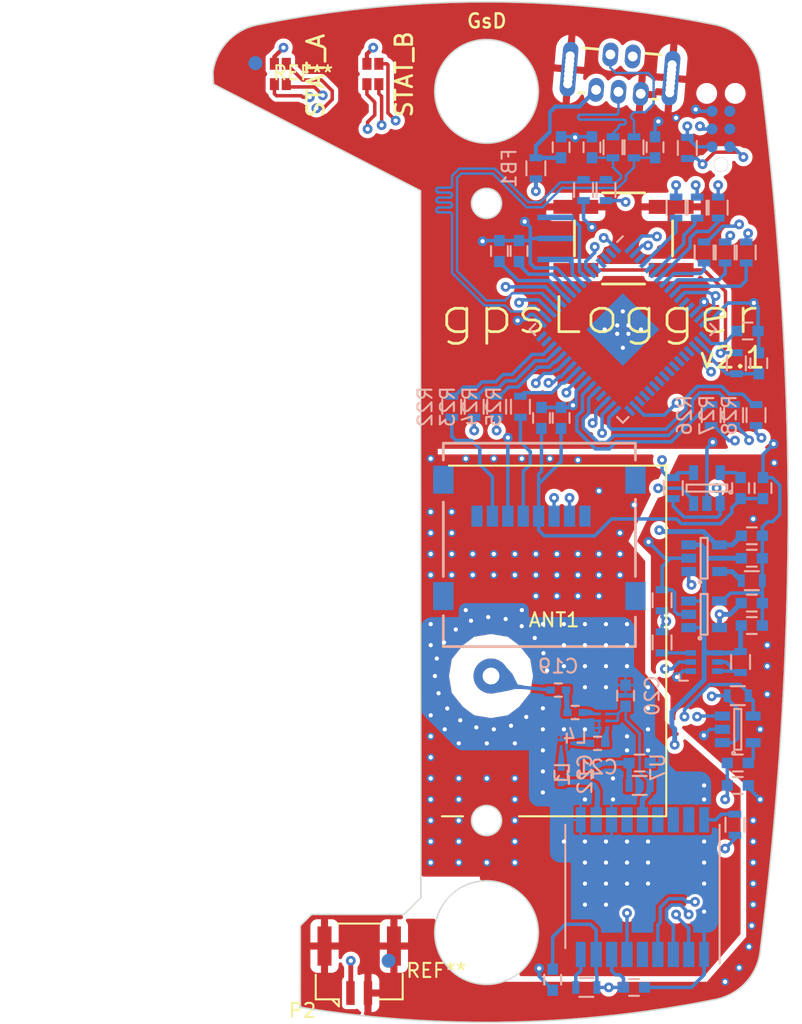
<source format=kicad_pcb>
(kicad_pcb (version 20221018) (generator pcbnew)
  (title_block (date "2016-07-15"))
  (layers (0 "F.Cu" signal) (1 "In1.Cu" signal) (2 "In2.Cu" signal) (31 "B.Cu" signal) (34 "B.Paste" user) (35 "F.Paste" user) (36 "B.SilkS" user "B.Silkscreen") (37 "F.SilkS" user "F.Silkscreen") (38 "B.Mask" user) (39 "F.Mask" user) (44 "Edge.Cuts" user))
  (net 0 "")
  (net 1 "Net-(C1-Pad1)")
  (net 2 "GND")
  (net 3 "Net-(C4-Pad1)")
  (net 4 "VBUS")
  (net 5 "+BATT")
  (net 6 "Net-(IC1-Pad3)")
  (net 7 "+3V3")
  (net 8 "Net-(IC1-Pad12)")
  (net 9 "Net-(IC1-Pad13)")
  (net 10 "Net-(IC1-Pad20)")
  (net 11 "Net-(IC1-Pad21)")
  (net 12 "Net-(IC1-Pad22)")
  (net 13 "Net-(IC1-Pad23)")
  (net 14 "Net-(IC1-Pad24)")
  (net 15 "Net-(IC1-Pad25)")
  (net 16 "Net-(IC1-Pad26)")
  (net 17 "Net-(IC1-Pad27)")
  (net 18 "Net-(IC1-Pad28)")
  (net 19 "Net-(IC1-Pad29)")
  (net 20 "Net-(IC1-Pad30)")
  (net 21 "Net-(IC1-Pad36)")
  (net 22 "Net-(IC1-Pad47)")
  (net 23 "Net-(IC1-Pad48)")
  (net 24 "/PUR")
  (net 25 "VUSB")
  (net 26 "1v8")
  (net 27 "Net-(IC1-Pad60)")
  (net 28 "Net-(IC1-Pad61)")
  (net 29 "Net-(IC1-Pad63)")
  (net 30 "Net-(R7-Pad2)")
  (net 31 "Net-(U3-Pad1)")
  (net 32 "Net-(U3-Pad8)")
  (net 33 "Net-(P1-Pad4)")
  (net 34 "/V_SENSE")
  (net 35 "/SENSE_EN")
  (net 36 "/LED_A_R")
  (net 37 "/LED_A_G")
  (net 38 "/LED_A_B")
  (net 39 "/LED_B_R")
  (net 40 "/LED_B_G")
  (net 41 "/LED_B_B")
  (net 42 "/OSC_OUT")
  (net 43 "/OSC_IN")
  (net 44 "/TEST")
  (net 45 "/RST")
  (net 46 "Net-(Q2-Pad3)")
  (net 47 "Net-(Q2-Pad5)")
  (net 48 "Net-(TAG1-Pad4)")
  (net 49 "Net-(TAG1-Pad6)")
  (net 50 "Net-(D1-Pad3)")
  (net 51 "Net-(D1-Pad4)")
  (net 52 "Net-(D1-Pad2)")
  (net 53 "Net-(D2-Pad3)")
  (net 54 "Net-(D2-Pad4)")
  (net 55 "Net-(D2-Pad2)")
  (net 56 "Net-(C5-Pad1)")
  (net 57 "GPS_VCC")
  (net 58 "GPS_BACKUP")
  (net 59 "GPS_PPS")
  (net 60 "GPS_MOSI")
  (net 61 "GPS_MISO")
  (net 62 "Net-(R5-Pad1)")
  (net 63 "GPS_VCC_RF")
  (net 64 "Net-(R8-Pad2)")
  (net 65 "Net-(U1-Pad5)")
  (net 66 "GPS_RF_IN")
  (net 67 "Net-(U1-Pad13)")
  (net 68 "Net-(U1-Pad15)")
  (net 69 "Net-(U1-Pad16)")
  (net 70 "Net-(U1-Pad17)")
  (net 71 "MMC_VCC")
  (net 72 "PWR_BUT")
  (net 73 "Net-(IC1-Pad32)")
  (net 74 "GPS_PWR")
  (net 75 "GPS_PWR_FAULT")
  (net 76 "MMC_CLK")
  (net 77 "MMC_PWR")
  (net 78 "MMC_PWR_FAULT")
  (net 79 "MMC_CS")
  (net 80 "MMC_MOSI")
  (net 81 "MMC_MISO")
  (net 82 "Net-(L2-Pad1)")
  (net 83 "Net-(L3-Pad1)")
  (net 84 "Net-(R10-Pad2)")
  (net 85 "~{CHG}")
  (net 86 "/USB_DATA_N")
  (net 87 "/USB_DATA_P")
  (net 88 "/USB_IN_N")
  (net 89 "/USB_IN_P")
  (net 90 "Net-(IC1-Pad33)")
  (net 91 "Net-(IC1-Pad37)")
  (net 92 "Net-(IC1-Pad38)")
  (net 93 "Net-(IC1-Pad41)")
  (net 94 "Net-(IC1-Pad44)")
  (net 95 "Net-(IC1-Pad45)")
  (net 96 "Net-(IC1-Pad46)")
  (net 97 "/ANT_RF")
  (net 98 "Net-(C19-Pad1)")
  (net 99 "Net-(C21-Pad1)")
  (net 100 "Net-(C21-Pad2)")
  (net 101 "Net-(C22-Pad2)")
  (net 102 "Net-(L4-Pad2)")
  (footprint "footprints:USB_VERT" (layer "F.Cu") (at 161 71.25 -5)
    (fp_text reference "P1")
    (fp_text value "USB_OTG")
  )
  (footprint "cameraTrigger_rev1_0:EVQ_switch" (layer "F.Cu") (at 161.25 83 90)
    (fp_text reference "SW1")
    (fp_text value "SW_PUSH")
  )
  (footprint "footprints:LITEON_RGB" (layer "F.Cu") (at 136.775 71.275)
    (fp_text reference "D1" hide)
    (fp_text value "Led_RGB_CA" hide)
  )
  (footprint "footprints:LITEON_RGB" (layer "F.Cu") (at 143.375 71.275)
    (fp_text reference "D2" hide)
    (fp_text value "Led_RGB_CA" hide)
  )
  (footprint "Wire_Pads:SolderWirePad_single_0-8mmDrill" (layer "F.Cu") (at 147.8 114.2)
    (fp_text reference "REF**1" hide)
    (fp_text value "SolderWirePad_single_0-8mmDrill" hide)
  )
  (footprint "Wire_Pads:SolderWirePad_single_0-8mmDrill" (layer "F.Cu") (at 165 74.4)
    (fp_text reference "REF**" hide)
    (fp_text value "SolderWirePad_single_0-8mmDrill" hide)
  )
  (footprint "footprints:BM02B-GHS-TBT" (layer "F.Cu") (at 142.4 136.8 180)
    (fp_text reference "P2")
    (fp_text value "CONN_01X02" hide)
  )
  (footprint "footprints:GPS_ANT" (layer "F.Cu") (at 151.8 114.2)
    (fp_text reference "ANT1")
    (fp_text value "ANT")
  )
  (footprint "Wire_Pads:SolderWirePad_single_0-8mmDrill" (layer "F.Cu") (at 148.057577 115.426279)
    (fp_text reference "REF**2" hide)
    (fp_text value "SolderWirePad_single_0-8mmDrill" hide)
  )
  (footprint "Wire_Pads:SolderWirePad_single_0-8mmDrill" (layer "F.Cu") (at 148.681489 116.512944)
    (fp_text reference "REF**3" hide)
    (fp_text value "SolderWirePad_single_0-8mmDrill" hide)
  )
  (footprint "Wire_Pads:SolderWirePad_single_0-8mmDrill" (layer "F.Cu") (at 149.610662 117.353625)
    (fp_text reference "REF**4" hide)
    (fp_text value "SolderWirePad_single_0-8mmDrill" hide)
  )
  (footprint "Wire_Pads:SolderWirePad_single_0-8mmDrill" (layer "F.Cu") (at 150.754143 117.866029)
    (fp_text reference "REF**5" hide)
    (fp_text value "SolderWirePad_single_0-8mmDrill" hide)
  )
  (footprint "Wire_Pads:SolderWirePad_single_0-8mmDrill" (layer "F.Cu") (at 152 118)
    (fp_text reference "REF**6" hide)
    (fp_text value "SolderWirePad_single_0-8mmDrill" hide)
  )
  (footprint "Wire_Pads:SolderWirePad_single_0-8mmDrill" (layer "F.Cu") (at 153.226279 117.742423)
    (fp_text reference "REF**7" hide)
    (fp_text value "SolderWirePad_single_0-8mmDrill" hide)
  )
  (footprint "Wire_Pads:SolderWirePad_single_0-8mmDrill" (layer "F.Cu") (at 154.312944 117.118511)
    (fp_text reference "REF**8" hide)
    (fp_text value "SolderWirePad_single_0-8mmDrill" hide)
  )
  (footprint "Wire_Pads:SolderWirePad_single_0-8mmDrill" (layer "F.Cu") (at 155.8 113.8)
    (fp_text reference "REF**11" hide)
    (fp_text value "SolderWirePad_single_0-8mmDrill" hide)
  )
  (footprint "Wire_Pads:SolderWirePad_single_0-8mmDrill" (layer "F.Cu") (at 155.542423 112.573721)
    (fp_text reference "REF**12" hide)
    (fp_text value "SolderWirePad_single_0-8mmDrill" hide)
  )
  (footprint "Wire_Pads:SolderWirePad_single_0-8mmDrill" (layer "F.Cu") (at 154.918511 111.487056)
    (fp_text reference "REF**13" hide)
    (fp_text value "SolderWirePad_single_0-8mmDrill" hide)
  )
  (footprint "Wire_Pads:SolderWirePad_single_0-8mmDrill" (layer "F.Cu") (at 153.989338 110.646375)
    (fp_text reference "REF**14" hide)
    (fp_text value "SolderWirePad_single_0-8mmDrill" hide)
  )
  (footprint "Wire_Pads:SolderWirePad_single_0-8mmDrill" (layer "F.Cu") (at 152.845857 110.133971)
    (fp_text reference "REF**15" hide)
    (fp_text value "SolderWirePad_single_0-8mmDrill" hide)
  )
  (footprint "Wire_Pads:SolderWirePad_single_0-8mmDrill" (layer "F.Cu") (at 151.6 110)
    (fp_text reference "REF**16" hide)
    (fp_text value "SolderWirePad_single_0-8mmDrill" hide)
  )
  (footprint "Wire_Pads:SolderWirePad_single_0-8mmDrill" (layer "F.Cu") (at 150.373721 110.257577)
    (fp_text reference "REF**17" hide)
    (fp_text value "SolderWirePad_single_0-8mmDrill" hide)
  )
  (footprint "Wire_Pads:SolderWirePad_single_0-8mmDrill" (layer "F.Cu") (at 149.287056 110.881489)
    (fp_text reference "REF**18" hide)
    (fp_text value "SolderWirePad_single_0-8mmDrill" hide)
  )
  (footprint "Wire_Pads:SolderWirePad_single_0-8mmDrill" (layer "F.Cu") (at 148.446375 111.810662)
    (fp_text reference "REF**19" hide)
    (fp_text value "SolderWirePad_single_0-8mmDrill" hide)
  )
  (footprint "Wire_Pads:SolderWirePad_single_0-8mmDrill" (layer "F.Cu") (at 147.933971 112.954143)
    (fp_text reference "REF**20" hide)
    (fp_text value "SolderWirePad_single_0-8mmDrill" hide)
  )
  (footprint "Wire_Pads:SolderWirePad_single_0-8mmDrill" (layer "F.Cu") (at 147.5 98.7)
    (fp_text reference "REF**1" hide)
    (fp_text value "SolderWirePad_single_0-8mmDrill" hide)
  )
  (footprint "Wire_Pads:SolderWirePad_single_0-8mmDrill" (layer "F.Cu") (at 150 98.7)
    (fp_text reference "REF**1" hide)
    (fp_text value "SolderWirePad_single_0-8mmDrill" hide)
  )
  (footprint "Wire_Pads:SolderWirePad_single_0-8mmDrill" (layer "F.Cu") (at 152 98.7)
    (fp_text reference "REF**1" hide)
    (fp_text value "SolderWirePad_single_0-8mmDrill" hide)
  )
  (footprint "Wire_Pads:SolderWirePad_single_0-8mmDrill" (layer "F.Cu") (at 154 98.7)
    (fp_text reference "REF**1" hide)
    (fp_text value "SolderWirePad_single_0-8mmDrill" hide)
  )
  (footprint "Wire_Pads:SolderWirePad_single_0-8mmDrill" (layer "F.Cu") (at 156 98.7)
    (fp_text reference "REF**1" hide)
    (fp_text value "SolderWirePad_single_0-8mmDrill" hide)
  )
  (footprint "Wire_Pads:SolderWirePad_single_0-8mmDrill" (layer "F.Cu") (at 158 98.8)
    (fp_text reference "REF**1" hide)
    (fp_text value "SolderWirePad_single_0-8mmDrill" hide)
  )
  (footprint "Wire_Pads:SolderWirePad_single_0-8mmDrill" (layer "F.Cu") (at 161.5 110.5)
    (fp_text reference "REF**1" hide)
    (fp_text value "SolderWirePad_single_0-8mmDrill" hide)
  )
  (footprint "Wire_Pads:SolderWirePad_single_0-8mmDrill" (layer "F.Cu") (at 160 110.5)
    (fp_text reference "REF**1" hide)
    (fp_text value "SolderWirePad_single_0-8mmDrill" hide)
  )
  (footprint "Wire_Pads:SolderWirePad_single_0-8mmDrill" (layer "F.Cu") (at 158.5 110.5)
    (fp_text reference "REF**1" hide)
    (fp_text value "SolderWirePad_single_0-8mmDrill" hide)
  )
  (footprint "Wire_Pads:SolderWirePad_single_0-8mmDrill" (layer "F.Cu") (at 157 110.5)
    (fp_text reference "REF**1" hide)
    (fp_text value "SolderWirePad_single_0-8mmDrill" hide)
  )
  (footprint "Wire_Pads:SolderWirePad_single_0-8mmDrill" (layer "F.Cu") (at 155.5 110.5)
    (fp_text reference "REF**1" hide)
    (fp_text value "SolderWirePad_single_0-8mmDrill" hide)
  )
  (footprint "Wire_Pads:SolderWirePad_single_0-8mmDrill" (layer "F.Cu") (at 157 112)
    (fp_text reference "REF**1" hide)
    (fp_text value "SolderWirePad_single_0-8mmDrill" hide)
  )
  (footprint "Wire_Pads:SolderWirePad_single_0-8mmDrill" (layer "F.Cu") (at 158.5 112)
    (fp_text reference "REF**1" hide)
    (fp_text value "SolderWirePad_single_0-8mmDrill" hide)
  )
  (footprint "Wire_Pads:SolderWirePad_single_0-8mmDrill" (layer "F.Cu") (at 160 112)
    (fp_text reference "REF**1" hide)
    (fp_text value "SolderWirePad_single_0-8mmDrill" hide)
  )
  (footprint "Wire_Pads:SolderWirePad_single_0-8mmDrill" (layer "F.Cu") (at 161.5 112)
    (fp_text reference "REF**1" hide)
    (fp_text value "SolderWirePad_single_0-8mmDrill" hide)
  )
  (footprint "Wire_Pads:SolderWirePad_single_0-8mmDrill" (layer "F.Cu") (at 161.5 113.5)
    (fp_text reference "REF**1" hide)
    (fp_text value "SolderWirePad_single_0-8mmDrill" hide)
  )
  (footprint "Wire_Pads:SolderWirePad_single_0-8mmDrill" (layer "F.Cu") (at 160 113.5)
    (fp_text reference "REF**1" hide)
    (fp_text value "SolderWirePad_single_0-8mmDrill" hide)
  )
  (footprint "Wire_Pads:SolderWirePad_single_0-8mmDrill" (layer "F.Cu") (at 158.5 113.5)
    (fp_text reference "REF**1" hide)
    (fp_text value "SolderWirePad_single_0-8mmDrill" hide)
  )
  (footprint "Wire_Pads:SolderWirePad_single_0-8mmDrill" (layer "F.Cu") (at 157 113.5)
    (fp_text reference "REF**1" hide)
    (fp_text value "SolderWirePad_single_0-8mmDrill" hide)
  )
  (footprint "Wire_Pads:SolderWirePad_single_0-8mmDrill" (layer "F.Cu") (at 158.5 115)
    (fp_text reference "REF**1" hide)
    (fp_text value "SolderWirePad_single_0-8mmDrill" hide)
  )
  (footprint "Wire_Pads:SolderWirePad_single_0-8mmDrill" (layer "F.Cu") (at 160 115)
    (fp_text reference "REF**1" hide)
    (fp_text value "SolderWirePad_single_0-8mmDrill" hide)
  )
  (footprint "Wire_Pads:SolderWirePad_single_0-8mmDrill" (layer "F.Cu") (at 163 115)
    (fp_text reference "REF**1" hide)
    (fp_text value "SolderWirePad_single_0-8mmDrill" hide)
  )
  (footprint "Wire_Pads:SolderWirePad_single_0-8mmDrill" (layer "F.Cu") (at 163 116.5)
    (fp_text reference "REF**1" hide)
    (fp_text value "SolderWirePad_single_0-8mmDrill" hide)
  )
  (footprint "Wire_Pads:SolderWirePad_single_0-8mmDrill" (layer "F.Cu") (at 163 118)
    (fp_text reference "REF**1" hide)
    (fp_text value "SolderWirePad_single_0-8mmDrill" hide)
  )
  (footprint "Wire_Pads:SolderWirePad_single_0-8mmDrill" (layer "F.Cu") (at 163 119.5)
    (fp_text reference "REF**1" hide)
    (fp_text value "SolderWirePad_single_0-8mmDrill" hide)
  )
  (footprint "Wire_Pads:SolderWirePad_single_0-8mmDrill" (layer "F.Cu") (at 161.5 119.5)
    (fp_text reference "REF**1" hide)
    (fp_text value "SolderWirePad_single_0-8mmDrill" hide)
  )
  (footprint "Wire_Pads:SolderWirePad_single_0-8mmDrill" (layer "F.Cu") (at 161.5 118.5)
    (fp_text reference "REF**1" hide)
    (fp_text value "SolderWirePad_single_0-8mmDrill" hide)
  )
  (footprint "Wire_Pads:SolderWirePad_single_0-8mmDrill" (layer "F.Cu") (at 158.5 118)
    (fp_text reference "REF**1" hide)
    (fp_text value "SolderWirePad_single_0-8mmDrill" hide)
  )
  (footprint "Wire_Pads:SolderWirePad_single_0-8mmDrill" (layer "F.Cu") (at 157 118)
    (fp_text reference "REF**1" hide)
    (fp_text value "SolderWirePad_single_0-8mmDrill" hide)
  )
  (footprint "Wire_Pads:SolderWirePad_single_0-8mmDrill" (layer "F.Cu") (at 155.5 118)
    (fp_text reference "REF**1" hide)
    (fp_text value "SolderWirePad_single_0-8mmDrill" hide)
  )
  (footprint "Wire_Pads:SolderWirePad_single_0-8mmDrill" (layer "F.Cu") (at 155.5 116.5)
    (fp_text reference "REF**1" hide)
    (fp_text value "SolderWirePad_single_0-8mmDrill" hide)
  )
  (footprint "Wire_Pads:SolderWirePad_single_0-8mmDrill" (layer "F.Cu") (at 160.5 123)
    (fp_text reference "REF**1" hide)
    (fp_text value "SolderWirePad_single_0-8mmDrill" hide)
  )
  (footprint "Wire_Pads:SolderWirePad_single_0-8mmDrill" (layer "F.Cu") (at 160.5 121.5)
    (fp_text reference "REF**1" hide)
    (fp_text value "SolderWirePad_single_0-8mmDrill" hide)
  )
  (footprint "Wire_Pads:SolderWirePad_single_0-8mmDrill" (layer "F.Cu") (at 158.5 123)
    (fp_text reference "REF**1" hide)
    (fp_text value "SolderWirePad_single_0-8mmDrill" hide)
  )
  (footprint "Wire_Pads:SolderWirePad_single_0-8mmDrill" (layer "F.Cu") (at 155.5 119.5)
    (fp_text reference "REF**1" hide)
    (fp_text value "SolderWirePad_single_0-8mmDrill" hide)
  )
  (footprint "Wire_Pads:SolderWirePad_single_0-8mmDrill" (layer "F.Cu") (at 155.5 121)
    (fp_text reference "REF**1" hide)
    (fp_text value "SolderWirePad_single_0-8mmDrill" hide)
  )
  (footprint "Wire_Pads:SolderWirePad_single_0-8mmDrill" (layer "F.Cu") (at 155.5 122.5)
    (fp_text reference "REF**1" hide)
    (fp_text value "SolderWirePad_single_0-8mmDrill" hide)
  )
  (footprint "Wire_Pads:SolderWirePad_single_0-8mmDrill" (layer "F.Cu") (at 153.5 119)
    (fp_text reference "REF**1" hide)
    (fp_text value "SolderWirePad_single_0-8mmDrill" hide)
  )
  (footprint "Wire_Pads:SolderWirePad_single_0-8mmDrill" (layer "F.Cu") (at 151.5 119)
    (fp_text reference "REF**1" hide)
    (fp_text value "SolderWirePad_single_0-8mmDrill" hide)
  )
  (footprint "Wire_Pads:SolderWirePad_single_0-8mmDrill" (layer "F.Cu") (at 149.5 119)
    (fp_text reference "REF**1" hide)
    (fp_text value "SolderWirePad_single_0-8mmDrill" hide)
  )
  (footprint "Wire_Pads:SolderWirePad_single_0-8mmDrill" (layer "F.Cu") (at 148.5 118)
    (fp_text reference "REF**1" hide)
    (fp_text value "SolderWirePad_single_0-8mmDrill" hide)
  )
  (footprint "Wire_Pads:SolderWirePad_single_0-8mmDrill" (layer "F.Cu") (at 147.5 117)
    (fp_text reference "REF**1" hide)
    (fp_text value "SolderWirePad_single_0-8mmDrill" hide)
  )
  (footprint "Wire_Pads:SolderWirePad_single_0-8mmDrill" (layer "F.Cu") (at 147.5 110.5)
    (fp_text reference "REF**1" hide)
    (fp_text value "SolderWirePad_single_0-8mmDrill" hide)
  )
  (footprint "Wire_Pads:SolderWirePad_single_0-8mmDrill" (layer "F.Cu") (at 147.5 112)
    (fp_text reference "REF**1" hide)
    (fp_text value "SolderWirePad_single_0-8mmDrill" hide)
  )
  (footprint "Wire_Pads:SolderWirePad_single_0-8mmDrill" (layer "F.Cu") (at 150 109.5)
    (fp_text reference "REF**1" hide)
    (fp_text value "SolderWirePad_single_0-8mmDrill" hide)
  )
  (footprint "Wire_Pads:SolderWirePad_single_0-8mmDrill" (layer "F.Cu") (at 154 109.5)
    (fp_text reference "REF**1" hide)
    (fp_text value "SolderWirePad_single_0-8mmDrill" hide)
  )
  (footprint "Wire_Pads:SolderWirePad_single_0-8mmDrill" (layer "F.Cu") (at 167 122)
    (fp_text reference "REF**1" hide)
    (fp_text value "SolderWirePad_single_0-8mmDrill" hide)
  )
  (footprint "Wire_Pads:SolderWirePad_single_0-8mmDrill" (layer "F.Cu") (at 167 123)
    (fp_text reference "REF**1" hide)
    (fp_text value "SolderWirePad_single_0-8mmDrill" hide)
  )
  (footprint "Wire_Pads:SolderWirePad_single_0-8mmDrill" (layer "F.Cu") (at 167 126)
    (fp_text reference "REF**1" hide)
    (fp_text value "SolderWirePad_single_0-8mmDrill" hide)
  )
  (footprint "Wire_Pads:SolderWirePad_single_0-8mmDrill" (layer "F.Cu") (at 167 127.5)
    (fp_text reference "REF**1" hide)
    (fp_text value "SolderWirePad_single_0-8mmDrill" hide)
  )
  (footprint "Wire_Pads:SolderWirePad_single_0-8mmDrill" (layer "F.Cu") (at 167 131)
    (fp_text reference "REF**1" hide)
    (fp_text value "SolderWirePad_single_0-8mmDrill" hide)
  )
  (footprint "Wire_Pads:SolderWirePad_single_0-8mmDrill" (layer "F.Cu") (at 163 126)
    (fp_text reference "REF**1" hide)
    (fp_text value "SolderWirePad_single_0-8mmDrill" hide)
  )
  (footprint "Wire_Pads:SolderWirePad_single_0-8mmDrill" (layer "F.Cu") (at 163 127.5)
    (fp_text reference "REF**1" hide)
    (fp_text value "SolderWirePad_single_0-8mmDrill" hide)
  )
  (footprint "Wire_Pads:SolderWirePad_single_0-8mmDrill" (layer "F.Cu") (at 161.5 126)
    (fp_text reference "REF**1" hide)
    (fp_text value "SolderWirePad_single_0-8mmDrill" hide)
  )
  (footprint "Wire_Pads:SolderWirePad_single_0-8mmDrill" (layer "F.Cu") (at 161.5 127.5)
    (fp_text reference "REF**1" hide)
    (fp_text value "SolderWirePad_single_0-8mmDrill" hide)
  )
  (footprint "Wire_Pads:SolderWirePad_single_0-8mmDrill" (layer "F.Cu") (at 160 126)
    (fp_text reference "REF**1" hide)
    (fp_text value "SolderWirePad_single_0-8mmDrill" hide)
  )
  (footprint "Wire_Pads:SolderWirePad_single_0-8mmDrill" (layer "F.Cu") (at 160 127.5)
    (fp_text reference "REF**1" hide)
    (fp_text value "SolderWirePad_single_0-8mmDrill" hide)
  )
  (footprint "Wire_Pads:SolderWirePad_single_0-8mmDrill" (layer "F.Cu") (at 158.5 126)
    (fp_text reference "REF**1" hide)
    (fp_text value "SolderWirePad_single_0-8mmDrill" hide)
  )
  (footprint "Wire_Pads:SolderWirePad_single_0-8mmDrill" (layer "F.Cu") (at 158.5 127.5)
    (fp_text reference "REF**1" hide)
    (fp_text value "SolderWirePad_single_0-8mmDrill" hide)
  )
  (footprint "Wire_Pads:SolderWirePad_single_0-8mmDrill" (layer "F.Cu") (at 157 126)
    (fp_text reference "REF**1" hide)
    (fp_text value "SolderWirePad_single_0-8mmDrill" hide)
  )
  (footprint "Wire_Pads:SolderWirePad_single_0-8mmDrill" (layer "F.Cu") (at 161.5 129)
    (fp_text reference "REF**1" hide)
    (fp_text value "SolderWirePad_single_0-8mmDrill" hide)
  )
  (footprint "Wire_Pads:SolderWirePad_single_0-8mmDrill" (layer "F.Cu") (at 163 129)
    (fp_text reference "REF**1" hide)
    (fp_text value "SolderWirePad_single_0-8mmDrill" hide)
  )
  (footprint "Wire_Pads:SolderWirePad_single_0-8mmDrill" (layer "F.Cu") (at 160 129)
    (fp_text reference "REF**1" hide)
    (fp_text value "SolderWirePad_single_0-8mmDrill" hide)
  )
  (footprint "Wire_Pads:SolderWirePad_single_0-8mmDrill" (layer "F.Cu") (at 167 129)
    (fp_text reference "REF**1" hide)
    (fp_text value "SolderWirePad_single_0-8mmDrill" hide)
  )
  (footprint "Wire_Pads:SolderWirePad_single_0-8mmDrill" (layer "F.Cu") (at 158.5 129)
    (fp_text reference "REF**1" hide)
    (fp_text value "SolderWirePad_single_0-8mmDrill" hide)
  )
  (footprint "Wire_Pads:SolderWirePad_single_0-8mmDrill" (layer "F.Cu") (at 160 130.5)
    (fp_text reference "REF**1" hide)
    (fp_text value "SolderWirePad_single_0-8mmDrill" hide)
  )
  (footprint "Wire_Pads:SolderWirePad_single_0-8mmDrill" (layer "F.Cu") (at 158.5 130.5)
    (fp_text reference "REF**1" hide)
    (fp_text value "SolderWirePad_single_0-8mmDrill" hide)
  )
  (footprint "Wire_Pads:SolderWirePad_single_0-8mmDrill" (layer "F.Cu") (at 162 102)
    (fp_text reference "REF**1" hide)
    (fp_text value "SolderWirePad_single_0-8mmDrill" hide)
  )
  (footprint "Wire_Pads:SolderWirePad_single_0-8mmDrill" (layer "F.Cu") (at 159.5 101)
    (fp_text reference "REF**1" hide)
    (fp_text value "SolderWirePad_single_0-8mmDrill" hide)
  )
  (footprint "Wire_Pads:SolderWirePad_single_0-8mmDrill" (layer "F.Cu") (at 170.5 103)
    (fp_text reference "REF**1" hide)
    (fp_text value "SolderWirePad_single_0-8mmDrill" hide)
  )
  (footprint "Wire_Pads:SolderWirePad_single_0-8mmDrill" (layer "F.Cu") (at 172 99)
    (fp_text reference "REF**1" hide)
    (fp_text value "SolderWirePad_single_0-8mmDrill" hide)
  )
  (footprint "Wire_Pads:SolderWirePad_single_0-8mmDrill" (layer "F.Cu") (at 171.5 112)
    (fp_text reference "REF**1" hide)
    (fp_text value "SolderWirePad_single_0-8mmDrill" hide)
  )
  (footprint "Wire_Pads:SolderWirePad_single_0-8mmDrill" (layer "F.Cu") (at 171.5 113.5)
    (fp_text reference "REF**1" hide)
    (fp_text value "SolderWirePad_single_0-8mmDrill" hide)
  )
  (footprint "Wire_Pads:SolderWirePad_single_0-8mmDrill" (layer "F.Cu") (at 171.5 115.5)
    (fp_text reference "REF**1" hide)
    (fp_text value "SolderWirePad_single_0-8mmDrill" hide)
  )
  (footprint "Wire_Pads:SolderWirePad_single_0-8mmDrill" (layer "F.Cu") (at 171 118)
    (fp_text reference "REF**1" hide)
    (fp_text value "SolderWirePad_single_0-8mmDrill" hide)
  )
  (footprint "Wire_Pads:SolderWirePad_single_0-8mmDrill" (layer "F.Cu") (at 171 123)
    (fp_text reference "REF**1" hide)
    (fp_text value "SolderWirePad_single_0-8mmDrill" hide)
  )
  (footprint "Wire_Pads:SolderWirePad_single_0-8mmDrill" (layer "F.Cu") (at 170.5 124.5)
    (fp_text reference "REF**1" hide)
    (fp_text value "SolderWirePad_single_0-8mmDrill" hide)
  )
  (footprint "Wire_Pads:SolderWirePad_single_0-8mmDrill" (layer "F.Cu") (at 170.5 126)
    (fp_text reference "REF**1" hide)
    (fp_text value "SolderWirePad_single_0-8mmDrill" hide)
  )
  (footprint "Wire_Pads:SolderWirePad_single_0-8mmDrill" (layer "F.Cu") (at 170.5 127.5)
    (fp_text reference "REF**1" hide)
    (fp_text value "SolderWirePad_single_0-8mmDrill" hide)
  )
  (footprint "Wire_Pads:SolderWirePad_single_0-8mmDrill" (layer "F.Cu") (at 170.5 129)
    (fp_text reference "REF**1" hide)
    (fp_text value "SolderWirePad_single_0-8mmDrill" hide)
  )
  (footprint "Wire_Pads:SolderWirePad_single_0-8mmDrill" (layer "F.Cu") (at 170.5 130.5)
    (fp_text reference "REF**1" hide)
    (fp_text value "SolderWirePad_single_0-8mmDrill" hide)
  )
  (footprint "Wire_Pads:SolderWirePad_single_0-8mmDrill" (layer "F.Cu") (at 170.4 132)
    (fp_text reference "REF**1" hide)
    (fp_text value "SolderWirePad_single_0-8mmDrill" hide)
  )
  (footprint "Wire_Pads:SolderWirePad_single_0-8mmDrill" (layer "F.Cu") (at 170.2 133.5)
    (fp_text reference "REF**1" hide)
    (fp_text value "SolderWirePad_single_0-8mmDrill" hide)
  )
  (footprint "Wire_Pads:SolderWirePad_single_0-8mmDrill" (layer "F.Cu") (at 169.5 135)
    (fp_text reference "REF**1" hide)
    (fp_text value "SolderWirePad_single_0-8mmDrill" hide)
  )
  (footprint "Wire_Pads:SolderWirePad_single_0-8mmDrill" (layer "F.Cu") (at 168.5 136)
    (fp_text reference "REF**1" hide)
    (fp_text value "SolderWirePad_single_0-8mmDrill" hide)
  )
  (footprint "Wire_Pads:SolderWirePad_single_0-8mmDrill" (layer "F.Cu") (at 153.5 127.5)
    (fp_text reference "REF**1" hide)
    (fp_text value "SolderWirePad_single_0-8mmDrill" hide)
  )
  (footprint "Wire_Pads:SolderWirePad_single_0-8mmDrill" (layer "F.Cu") (at 151.5 127.5)
    (fp_text reference "REF**1" hide)
    (fp_text value "SolderWirePad_single_0-8mmDrill" hide)
  )
  (footprint "Wire_Pads:SolderWirePad_single_0-8mmDrill" (layer "F.Cu") (at 149.5 127.5)
    (fp_text reference "REF**1" hide)
    (fp_text value "SolderWirePad_single_0-8mmDrill" hide)
  )
  (footprint "Wire_Pads:SolderWirePad_single_0-8mmDrill" (layer "F.Cu") (at 147.5 127.5)
    (fp_text reference "REF**1" hide)
    (fp_text value "SolderWirePad_single_0-8mmDrill" hide)
  )
  (footprint "Wire_Pads:SolderWirePad_single_0-8mmDrill" (layer "F.Cu") (at 147.5 126)
    (fp_text reference "REF**1" hide)
    (fp_text value "SolderWirePad_single_0-8mmDrill" hide)
  )
  (footprint "Wire_Pads:SolderWirePad_single_0-8mmDrill" (layer "F.Cu") (at 147.5 124.5)
    (fp_text reference "REF**1" hide)
    (fp_text value "SolderWirePad_single_0-8mmDrill" hide)
  )
  (footprint "Wire_Pads:SolderWirePad_single_0-8mmDrill" (layer "F.Cu") (at 147.5 123)
    (fp_text reference "REF**1" hide)
    (fp_text value "SolderWirePad_single_0-8mmDrill" hide)
  )
  (footprint "Wire_Pads:SolderWirePad_single_0-8mmDrill" (layer "F.Cu") (at 147.5 121.5)
    (fp_text reference "REF**1" hide)
    (fp_text value "SolderWirePad_single_0-8mmDrill" hide)
  )
  (footprint "Wire_Pads:SolderWirePad_single_0-8mmDrill" (layer "F.Cu") (at 147.5 120)
    (fp_text reference "REF**1" hide)
    (fp_text value "SolderWirePad_single_0-8mmDrill" hide)
  )
  (footprint "Wire_Pads:SolderWirePad_single_0-8mmDrill" (layer "F.Cu") (at 147.5 118.5)
    (fp_text reference "REF**1" hide)
    (fp_text value "SolderWirePad_single_0-8mmDrill" hide)
  )
  (footprint "Wire_Pads:SolderWirePad_single_0-8mmDrill" (layer "F.Cu") (at 149.5 126)
    (fp_text reference "REF**1" hide)
    (fp_text value "SolderWirePad_single_0-8mmDrill" hide)
  )
  (footprint "Wire_Pads:SolderWirePad_single_0-8mmDrill" (layer "F.Cu") (at 153.5 126)
    (fp_text reference "REF**1" hide)
    (fp_text value "SolderWirePad_single_0-8mmDrill" hide)
  )
  (footprint "Wire_Pads:SolderWirePad_single_0-8mmDrill" (layer "F.Cu") (at 153.5 124.5)
    (fp_text reference "REF**1" hide)
    (fp_text value "SolderWirePad_single_0-8mmDrill" hide)
  )
  (footprint "Wire_Pads:SolderWirePad_single_0-8mmDrill" (layer "F.Cu") (at 153.5 123)
    (fp_text reference "REF**1" hide)
    (fp_text value "SolderWirePad_single_0-8mmDrill" hide)
  )
  (footprint "Wire_Pads:SolderWirePad_single_0-8mmDrill" (layer "F.Cu") (at 153.5 121.5)
    (fp_text reference "REF**1" hide)
    (fp_text value "SolderWirePad_single_0-8mmDrill" hide)
  )
  (footprint "Wire_Pads:SolderWirePad_single_0-8mmDrill" (layer "F.Cu") (at 151.5 121.5)
    (fp_text reference "REF**1" hide)
    (fp_text value "SolderWirePad_single_0-8mmDrill" hide)
  )
  (footprint "Wire_Pads:SolderWirePad_single_0-8mmDrill" (layer "F.Cu") (at 149.5 121.5)
    (fp_text reference "REF**1" hide)
    (fp_text value "SolderWirePad_single_0-8mmDrill" hide)
  )
  (footprint "Wire_Pads:SolderWirePad_single_0-8mmDrill" (layer "F.Cu") (at 149.5 123)
    (fp_text reference "REF**1" hide)
    (fp_text value "SolderWirePad_single_0-8mmDrill" hide)
  )
  (footprint "Wire_Pads:SolderWirePad_single_0-8mmDrill" (layer "F.Cu") (at 149.5 124.5)
    (fp_text reference "REF**1" hide)
    (fp_text value "SolderWirePad_single_0-8mmDrill" hide)
  )
  (footprint "Wire_Pads:SolderWirePad_single_0-8mmDrill" (layer "F.Cu") (at 147.5 105.5)
    (fp_text reference "REF**1" hide)
    (fp_text value "SolderWirePad_single_0-8mmDrill" hide)
  )
  (footprint "Wire_Pads:SolderWirePad_single_0-8mmDrill" (layer "F.Cu") (at 149 105.5)
    (fp_text reference "REF**1" hide)
    (fp_text value "SolderWirePad_single_0-8mmDrill" hide)
  )
  (footprint "Wire_Pads:SolderWirePad_single_0-8mmDrill" (layer "F.Cu") (at 150.5 105.5)
    (fp_text reference "REF**1" hide)
    (fp_text value "SolderWirePad_single_0-8mmDrill" hide)
  )
  (footprint "Wire_Pads:SolderWirePad_single_0-8mmDrill" (layer "F.Cu") (at 152 105.5)
    (fp_text reference "REF**1" hide)
    (fp_text value "SolderWirePad_single_0-8mmDrill" hide)
  )
  (footprint "Wire_Pads:SolderWirePad_single_0-8mmDrill" (layer "F.Cu") (at 153.5 105.5)
    (fp_text reference "REF**1" hide)
    (fp_text value "SolderWirePad_single_0-8mmDrill" hide)
  )
  (footprint "Wire_Pads:SolderWirePad_single_0-8mmDrill" (layer "F.Cu") (at 155 105.5)
    (fp_text reference "REF**1" hide)
    (fp_text value "SolderWirePad_single_0-8mmDrill" hide)
  )
  (footprint "Wire_Pads:SolderWirePad_single_0-8mmDrill" (layer "F.Cu") (at 156.5 105.5)
    (fp_text reference "REF**1" hide)
    (fp_text value "SolderWirePad_single_0-8mmDrill" hide)
  )
  (footprint "Wire_Pads:SolderWirePad_single_0-8mmDrill" (layer "F.Cu") (at 158 105.5)
    (fp_text reference "REF**1" hide)
    (fp_text value "SolderWirePad_single_0-8mmDrill" hide)
  )
  (footprint "Wire_Pads:SolderWirePad_single_0-8mmDrill" (layer "F.Cu") (at 159.5 105.5)
    (fp_text reference "REF**1" hide)
    (fp_text value "SolderWirePad_single_0-8mmDrill" hide)
  )
  (footprint "Wire_Pads:SolderWirePad_single_0-8mmDrill" (layer "F.Cu") (at 161 105.5)
    (fp_text reference "REF**1" hide)
    (fp_text value "SolderWirePad_single_0-8mmDrill" hide)
  )
  (footprint "Wire_Pads:SolderWirePad_single_0-8mmDrill" (layer "F.Cu") (at 161 107)
    (fp_text reference "REF**1" hide)
    (fp_text value "SolderWirePad_single_0-8mmDrill" hide)
  )
  (footprint "Wire_Pads:SolderWirePad_single_0-8mmDrill" (layer "F.Cu") (at 149 107)
    (fp_text reference "REF**1" hide)
    (fp_text value "SolderWirePad_single_0-8mmDrill" hide)
  )
  (footprint "Wire_Pads:SolderWirePad_single_0-8mmDrill" (layer "F.Cu") (at 150.5 107)
    (fp_text reference "REF**1" hide)
    (fp_text value "SolderWirePad_single_0-8mmDrill" hide)
  )
  (footprint "Wire_Pads:SolderWirePad_single_0-8mmDrill" (layer "F.Cu") (at 152 107)
    (fp_text reference "REF**1" hide)
    (fp_text value "SolderWirePad_single_0-8mmDrill" hide)
  )
  (footprint "Wire_Pads:SolderWirePad_single_0-8mmDrill" (layer "F.Cu") (at 153.5 107)
    (fp_text reference "REF**1" hide)
    (fp_text value "SolderWirePad_single_0-8mmDrill" hide)
  )
  (footprint "Wire_Pads:SolderWirePad_single_0-8mmDrill" (layer "F.Cu") (at 155 107)
    (fp_text reference "REF**1" hide)
    (fp_text value "SolderWirePad_single_0-8mmDrill" hide)
  )
  (footprint "Wire_Pads:SolderWirePad_single_0-8mmDrill" (layer "F.Cu") (at 156.5 107)
    (fp_text reference "REF**1" hide)
    (fp_text value "SolderWirePad_single_0-8mmDrill" hide)
  )
  (footprint "Wire_Pads:SolderWirePad_single_0-8mmDrill" (layer "F.Cu") (at 158 107)
    (fp_text reference "REF**1" hide)
    (fp_text value "SolderWirePad_single_0-8mmDrill" hide)
  )
  (footprint "Wire_Pads:SolderWirePad_single_0-8mmDrill" (layer "F.Cu") (at 159.5 107)
    (fp_text reference "REF**1" hide)
    (fp_text value "SolderWirePad_single_0-8mmDrill" hide)
  )
  (footprint "Wire_Pads:SolderWirePad_single_0-8mmDrill" (layer "F.Cu") (at 147.5 107)
    (fp_text reference "REF**1" hide)
    (fp_text value "SolderWirePad_single_0-8mmDrill" hide)
  )
  (footprint "Wire_Pads:SolderWirePad_single_0-8mmDrill" (layer "F.Cu") (at 161 104)
    (fp_text reference "REF**1" hide)
    (fp_text value "SolderWirePad_single_0-8mmDrill" hide)
  )
  (footprint "Wire_Pads:SolderWirePad_single_0-8mmDrill" (layer "F.Cu") (at 149 104)
    (fp_text reference "REF**1" hide)
    (fp_text value "SolderWirePad_single_0-8mmDrill" hide)
  )
  (footprint "Wire_Pads:SolderWirePad_single_0-8mmDrill" (layer "F.Cu") (at 147.5 104)
    (fp_text reference "REF**1" hide)
    (fp_text value "SolderWirePad_single_0-8mmDrill" hide)
  )
  (footprint "Wire_Pads:SolderWirePad_single_0-8mmDrill" (layer "F.Cu") (at 147.5 102.5)
    (fp_text reference "REF**1" hide)
    (fp_text value "SolderWirePad_single_0-8mmDrill" hide)
  )
  (footprint "Wire_Pads:SolderWirePad_single_0-8mmDrill" (layer "F.Cu") (at 149 102.5)
    (fp_text reference "REF**1" hide)
    (fp_text value "SolderWirePad_single_0-8mmDrill" hide)
  )
  (footprint "Wire_Pads:SolderWirePad_single_0-8mmDrill" (layer "F.Cu") (at 158 108.5)
    (fp_text reference "REF**1" hide)
    (fp_text value "SolderWirePad_single_0-8mmDrill" hide)
  )
  (footprint "Wire_Pads:SolderWirePad_single_0-8mmDrill" (layer "F.Cu") (at 159.5 108.5)
    (fp_text reference "REF**1" hide)
    (fp_text value "SolderWirePad_single_0-8mmDrill" hide)
  )
  (footprint "Wire_Pads:SolderWirePad_single_0-8mmDrill" (layer "F.Cu") (at 155 108.5)
    (fp_text reference "REF**1" hide)
    (fp_text value "SolderWirePad_single_0-8mmDrill" hide)
  )
  (footprint "Wire_Pads:SolderWirePad_single_0-8mmDrill" (layer "F.Cu") (at 156.5 108.5)
    (fp_text reference "REF**1" hide)
    (fp_text value "SolderWirePad_single_0-8mmDrill" hide)
  )
  (footprint "Wire_Pads:SolderWirePad_single_0-8mmDrill" (layer "F.Cu") (at 159.902415 89.494975)
    (fp_text reference "REF**1" hide)
    (fp_text value "SolderWirePad_single_0-8mmDrill" hide)
  )
  (footprint "Wire_Pads:SolderWirePad_single_0-8mmDrill" (layer "F.Cu") (at 162.501033 89.494975)
    (fp_text reference "REF**1" hide)
    (fp_text value "SolderWirePad_single_0-8mmDrill" hide)
  )
  (footprint "Wire_Pads:SolderWirePad_single_0-8mmDrill" (layer "F.Cu") (at 161.2 88.2)
    (fp_text reference "REF**1" hide)
    (fp_text value "SolderWirePad_single_0-8mmDrill" hide)
  )
  (footprint "Wire_Pads:SolderWirePad_single_0-8mmDrill" (layer "F.Cu") (at 161.201724 90.794284)
    (fp_text reference "REF**1" hide)
    (fp_text value "SolderWirePad_single_0-8mmDrill" hide)
  )
  (footprint "Wire_Pads:SolderWirePad_single_0-8mmDrill" (layer "F.Cu") (at 160.8 89.2)
    (fp_text reference "REF**1" hide)
    (fp_text value "SolderWirePad_single_0-8mmDrill" hide)
  )
  (footprint "Wire_Pads:SolderWirePad_single_0-8mmDrill" (layer "F.Cu") (at 161.6 89.2)
    (fp_text reference "REF**1" hide)
    (fp_text value "SolderWirePad_single_0-8mmDrill" hide)
  )
  (footprint "Wire_Pads:SolderWirePad_single_0-8mmDrill" (layer "F.Cu") (at 161.6 89.8)
    (fp_text reference "REF**1" hide)
    (fp_text value "SolderWirePad_single_0-8mmDrill" hide)
  )
  (footprint "Wire_Pads:SolderWirePad_single_0-8mmDrill" (layer "F.Cu") (at 160.8 89.8)
    (fp_text reference "REF**1" hide)
    (fp_text value "SolderWirePad_single_0-8mmDrill" hide)
  )
  (footprint "Fiducials:Fiducial_1mm_Dia_2.54mm_Outer_CopperBottom" (layer "F.Cu") (at 135 70.5)
    (fp_text reference "REF**")
    (fp_text value "Fiducial_1mm_Dia_2.54mm_Outer_CopperBottom")
  )
  (footprint "Fiducials:Fiducial_1mm_Dia_2.54mm_Outer_CopperBottom" (layer "F.Cu") (at 144.5 134.5)
    (fp_text reference "REF**")
    (fp_text value "Fiducial_1mm_Dia_2.54mm_Outer_CopperBottom")
  )
  (footprint "Capacitors_SMD:C_0603" (layer "B.Cu") (at 156.8 76.5 90)
    (fp_text reference "C1")
    (fp_text value "10n")
  )
  (footprint "Capacitors_SMD:C_0603" (layer "B.Cu") (at 163.5 76.5 90)
    (fp_text reference "C2")
    (fp_text value "22p")
  )
  (footprint "Capacitors_SMD:C_0603" (layer "B.Cu") (at 159 76.5 90)
    (fp_text reference "C3")
    (fp_text value "22p")
  )
  (footprint "Capacitors_SMD:C_0603" (layer "B.Cu") (at 170.1 89.6)
    (fp_text reference "C4")
    (fp_text value "1uF")
  )
  (footprint "Capacitors_SMD:C_0603" (layer "B.Cu") (at 162.4 120.4)
    (fp_text reference "C5")
    (fp_text value "10n")
  )
  (footprint "Capacitors_SMD:C_0603" (layer "B.Cu") (at 170.4 104.2)
    (fp_text reference "C6")
    (fp_text value "C")
  )
  (footprint "Capacitors_SMD:C_0603" (layer "B.Cu") (at 156.8 95.8 90)
    (fp_text reference "C7")
    (fp_text value "10n")
  )
  (footprint "Capacitors_SMD:C_0603" (layer "B.Cu") (at 171.2 100.8 90)
    (fp_text reference "C8")
    (fp_text value "1uF")
  )
  (footprint "Capacitors_SMD:C_0603" (layer "B.Cu") (at 170.4 105.8)
    (fp_text reference "C9")
    (fp_text value "C")
  )
  (footprint "Capacitors_SMD:C_0603" (layer "B.Cu") (at 162 136.4)
    (fp_text reference "C12")
    (fp_text value "10n")
  )
  (footprint "Capacitors_SMD:C_0603" (layer "B.Cu") (at 169.4 122)
    (fp_text reference "C13")
    (fp_text value "1uF")
  )
  (footprint "Resistors_SMD:R_0603" (layer "B.Cu") (at 155 78 -90)
    (fp_text reference "FB1")
    (fp_text value "1k FB")
  )
  (footprint "Housings_DFN_QFN:QFN-64-1EP_9x9mm_Pitch0.5mm" (layer "B.Cu") (at 161.201724 89.494975 -135)
    (fp_text reference "IC1")
    (fp_text value "MSP430F55xx")
  )
  (footprint "Resistors_SMD:R_0603" (layer "B.Cu") (at 162 76.5 90)
    (fp_text reference "R1")
    (fp_text value "27R")
  )
  (footprint "Resistors_SMD:R_0603" (layer "B.Cu") (at 160.5 76.5 90)
    (fp_text reference "R2")
    (fp_text value "27R")
  )
  (footprint "Resistors_SMD:R_0603" (layer "B.Cu") (at 158.4 79.55 90)
    (fp_text reference "R3")
    (fp_text value "470k")
  )
  (footprint "Resistors_SMD:R_0603" (layer "B.Cu") (at 160 79.55 90)
    (fp_text reference "R4")
    (fp_text value "1k4")
  )
  (footprint "Resistors_SMD:R_0603" (layer "B.Cu") (at 169.2 124.8 -90)
    (fp_text reference "R5")
    (fp_text value "10k")
  )
  (footprint "Resistors_SMD:R_0603" (layer "B.Cu") (at 162.4 122 180)
    (fp_text reference "R6")
    (fp_text value "10R")
  )
  (footprint "Resistors_SMD:R_0603" (layer "B.Cu") (at 170.4 107.4 180)
    (fp_text reference "R7")
    (fp_text value "R")
  )
  (footprint "Resistors_SMD:R_0603" (layer "B.Cu") (at 158.6 136.4 180)
    (fp_text reference "R8")
    (fp_text value "10k")
  )
  (footprint "TO_SOT_Packages_SMD:SOT-23-5" (layer "B.Cu") (at 167 105.8)
    (fp_text reference "U2")
    (fp_text value "MCP73812")
  )
  (footprint "footprints:SD_holder_472190001" (layer "B.Cu") (at 154.5 102.8)
    (fp_text reference "U3")
    (fp_text value "uSD" hide)
  )
  (footprint "Capacitors_SMD:C_0603" (layer "B.Cu") (at 170.4 110.6)
    (fp_text reference "C14")
    (fp_text value "C")
  )
  (footprint "Capacitors_SMD:C_0603" (layer "B.Cu") (at 170.4 109)
    (fp_text reference "C15")
    (fp_text value "C")
  )
  (footprint "TO_SOT_Packages_SMD:SC-70-6" (layer "B.Cu") (at 167 113.2 90)
    (fp_text reference "Q2")
    (fp_text value "FG6943010R")
  )
  (footprint "Resistors_SMD:R_0603" (layer "B.Cu") (at 169.6 113.2 -90)
    (fp_text reference "R12")
    (fp_text value "R")
  )
  (footprint "Resistors_SMD:R_0603" (layer "B.Cu") (at 164 111.8 90)
    (fp_text reference "R13")
    (fp_text value "R")
  )
  (footprint "Resistors_SMD:R_0603" (layer "B.Cu") (at 164 108.8 90)
    (fp_text reference "R14")
    (fp_text value "R")
  )
  (footprint "Resistors_SMD:R_0603" (layer "B.Cu") (at 165.8 76.55 90)
    (fp_text reference "R15")
    (fp_text value "R")
  )
  (footprint "lib:tag_connect" (layer "B.Cu") (at 168.2 75.2 90)
    (fp_text reference "TAG1")
    (fp_text value "TAG_CONNECT")
  )
  (footprint "TO_SOT_Packages_SMD:SOT-23-5" (layer "B.Cu") (at 167 109.8)
    (fp_text reference "U6")
    (fp_text value "TPS78230")
  )
  (footprint "lib:CSTCR_G15C" (layer "B.Cu") (at 156.4 83 90)
    (fp_text reference "X1")
    (fp_text value "CRYSTAL_SMD" hide)
  )
  (footprint "Capacitors_SMD:C_0603" (layer "B.Cu") (at 153.8 83.9 90)
    (fp_text reference "C16")
    (fp_text value "1uF")
  )
  (footprint "Capacitors_SMD:C_0603" (layer "B.Cu") (at 152.4 83.9 90)
    (fp_text reference "C17")
    (fp_text value "1uF")
  )
  (footprint "Resistors_SMD:R_0603" (layer "B.Cu") (at 165 80.8 -90)
    (fp_text reference "R16")
    (fp_text value "R")
  )
  (footprint "Resistors_SMD:R_0603" (layer "B.Cu") (at 166.5 80.8 -90)
    (fp_text reference "R17")
    (fp_text value "R")
  )
  (footprint "Resistors_SMD:R_0603" (layer "B.Cu") (at 168 80.8 -90)
    (fp_text reference "R18")
    (fp_text value "R")
  )
  (footprint "Resistors_SMD:R_0603" (layer "B.Cu") (at 167 84 -90)
    (fp_text reference "R19")
    (fp_text value "R")
  )
  (footprint "Resistors_SMD:R_0603" (layer "B.Cu") (at 168.5 84 -90)
    (fp_text reference "R20")
    (fp_text value "R")
  )
  (footprint "Resistors_SMD:R_0603" (layer "B.Cu") (at 170 84 -90)
    (fp_text reference "R21")
    (fp_text value "R")
  )
  (footprint "footprints:MAX_M8" (layer "B.Cu") (at 162.6 129.2 -90)
    (fp_text reference "U1")
    (fp_text value "MAX_M8Q")
  )
  (footprint "Capacitors_SMD:C_0603" (layer "B.Cu") (at 156.2 135.85 -90)
    (fp_text reference "C10")
    (fp_text value "100n")
  )
  (footprint "Capacitors_SMD:C_0603" (layer "B.Cu") (at 170.9 91.9 90)
    (fp_text reference "C11")
    (fp_text value "100n")
  )
  (footprint "Capacitors_SMD:C_0603" (layer "B.Cu") (at 155.4 95.8 90)
    (fp_text reference "C18")
    (fp_text value "100n")
  )
  (footprint "Capacitors_SMD:C_0402" (layer "B.Cu") (at 158.6 121.2 -90)
    (fp_text reference "L1")
    (fp_text value "27nH")
  )
  (footprint "Capacitors_SMD:C_0603" (layer "B.Cu") (at 169.4 120.4 180)
    (fp_text reference "L2")
    (fp_text value "100nH")
  )
  (footprint "Capacitors_SMD:C_0603" (layer "B.Cu") (at 169.6 100.8 -90)
    (fp_text reference "L3")
    (fp_text value "100nH")
  )
  (footprint "Resistors_SMD:R_0603" (layer "B.Cu") (at 169.4 115.6 180)
    (fp_text reference "R9")
    (fp_text value "10k")
  )
  (footprint "Resistors_SMD:R_0603" (layer "B.Cu") (at 169.3 91.9 90)
    (fp_text reference "R10")
    (fp_text value "1k")
  )
  (footprint "Resistors_SMD:R_0603" (layer "B.Cu") (at 164.8 100.8 -90)
    (fp_text reference "R11")
    (fp_text value "10k")
  )
  (footprint "TO_SOT_Packages_SMD:SOT-23-5" (layer "B.Cu") (at 169.4 118)
    (fp_text reference "U4")
    (fp_text value "MIC2091")
  )
  (footprint "TO_SOT_Packages_SMD:SOT-23-5" (layer "B.Cu") (at 167.2 100.8 90)
    (fp_text reference "U5")
    (fp_text value "MIC2091")
  )
  (footprint "Resistors_SMD:R_0603" (layer "B.Cu") (at 149 95 -90)
    (fp_text reference "R22")
    (fp_text value "2k2")
  )
  (footprint "Resistors_SMD:R_0603" (layer "B.Cu") (at 150.6 95 -90)
    (fp_text reference "R23")
    (fp_text value "2k2")
  )
  (footprint "Resistors_SMD:R_0603" (layer "B.Cu") (at 152.2 95 -90)
    (fp_text reference "R24")
    (fp_text value "2k2")
  )
  (footprint "Resistors_SMD:R_0603" (layer "B.Cu") (at 153.9 95 -90)
    (fp_text reference "R25")
    (fp_text value "2k2")
  )
  (footprint "Resistors_SMD:R_0603" (layer "B.Cu") (at 167.5 95.6 -90)
    (fp_text reference "R26")
    (fp_text value "2k2")
  )
  (footprint "Resistors_SMD:R_0603" (layer "B.Cu") (at 169.1 95.6 -90)
    (fp_text reference "R27")
    (fp_text value "2k2")
  )
  (footprint "Resistors_SMD:R_0603" (layer "B.Cu") (at 170.7 95.6 -90)
    (fp_text reference "R28")
    (fp_text value "2k2")
  )
  (footprint "Capacitors_SMD:C_0402" (layer "B.Cu") (at 156.6 115.2 180)
    (fp_text reference "C19")
    (fp_text value "47pF")
  )
  (footprint "Capacitors_SMD:C_0603" (layer "B.Cu") (at 161.4 115.6 90)
    (fp_text reference "C20")
    (fp_text value "1nF")
  )
  (footprint "Capacitors_SMD:C_0402" (layer "B.Cu") (at 159.4 119)
    (fp_text reference "C21")
    (fp_text value "47pF")
  )
  (footprint "Capacitors_SMD:C_0402" (layer "B.Cu") (at 156.8 121.2 90)
    (fp_text reference "C22")
    (fp_text value "47pF")
  )
  (footprint "footprints:SAW-5" (layer "B.Cu") (at 157.185 119 180)
    (fp_text reference "FLT1" hide)
    (fp_text value "B8813" hide)
  )
  (footprint "Capacitors_SMD:C_0402" (layer "B.Cu") (at 157.8 116.8)
    (fp_text reference "L4")
    (fp_text value "5.6nH")
  )
  (footprint "footprints:XSON6" (layer "B.Cu") (at 159.8 117.4 90)
    (fp_text reference "U7")
    (fp_text value "BGU7007")
  )
  (gr_circle (center 151.480119 72.513078) (end 147.786348 72.513078) (stroke (width 0.1)) (fill none) (layer "Edge.Cuts"))
  (gr_circle (center 151.480119 80.5) (end 150.408302 80.5) (stroke (width 0.1)) (fill none) (layer "Edge.Cuts"))
  (gr_circle (center 151.480119 132.493771) (end 147.786348 132.493771) (stroke (width 0.1)) (fill none) (layer "Edge.Cuts"))
  (gr_circle (center 151.480119 124.5) (end 150.408302 124.5) (stroke (width 0.1)) (fill none) (layer "Edge.Cuts"))
  (gr_line (start 146.8 130) (end 145.6 131.2) (stroke (width 0.1)) (layer "Edge.Cuts"))
  (gr_line (start 145.6 131.2) (end 139 131.2) (stroke (width 0.1)) (layer "Edge.Cuts"))
  (gr_line (start 173 102.013078) (end 172.999946 103.013078) (stroke (width 0.1)) (layer "Edge.Cuts"))
  (gr_arc (start 172.999946 103.013078) (mid 172.464564 118.497775) (end 170.987423 133.921152) (stroke (width 0.1)) (layer "Edge.Cuts"))
  (gr_arc (start 135.087689 67.779123) (mid 151.480616 66.133422) (end 167.873475 67.779808) (stroke (width 0.1)) (layer "Edge.Cuts"))
  (gr_line (start 132 72) (end 131.969131 71.130474) (stroke (width 0.1)) (layer "Edge.Cuts"))
  (gr_arc (start 167.875758 137.246195) (mid 153.062417 138.877847) (end 138.197341 137.816295) (stroke (width 0.1)) (layer "Edge.Cuts"))
  (gr_line (start 146.775 79.6) (end 132 72) (stroke (width 0.1)) (layer "Edge.Cuts"))
  (gr_arc (start 167.873475 67.779809) (mid 169.962087 68.962271) (end 170.991118 71.130591) (stroke (width 0.1)) (layer "Edge.Cuts"))
  (gr_arc (start 131.969131 71.130474) (mid 132.998511 68.961708) (end 135.087689 67.779124) (stroke (width 0.1)) (layer "Edge.Cuts"))
  (gr_line (start 146.8 130) (end 146.775 79.6) (stroke (width 0.1)) (layer "Edge.Cuts"))
  (gr_line (start 138.2 132) (end 138.197341 137.816295) (stroke (width 0.1)) (layer "Edge.Cuts"))
  (gr_arc (start 170.991119 71.130591) (mid 172.466271 86.541215) (end 173.000001 102.013078) (stroke (width 0.1)) (layer "Edge.Cuts"))
  (gr_line (start 139 131.2) (end 138.2 132) (stroke (width 0.1)) (layer "Edge.Cuts"))
  (gr_arc (start 170.987424 133.921152) (mid 169.954791 136.073298) (end 167.875758 137.246195) (stroke (width 0.1)) (layer "Edge.Cuts"))
  (gr_text "STAT_B" (at 145.6 71.3 90) (layer "F.SilkS") (effects (font (size 1.2 1.2) (thickness 0.2))))
  (gr_text "gpsLogger" (at 159.5 88.5) (layer "F.SilkS") (effects (font (size 2.5 3) (thickness 0.2))))
  (gr_text "v2.1\n" (at 169 91.5) (layer "F.SilkS") (effects (font (size 1.5 1.5) (thickness 0.2))))
  (gr_text "GsD" (at 151.5 67.5) (layer "F.SilkS") (effects (font (size 1 1) (thickness 0.18))))
  (gr_text "STAT_A" (at 139.3 71.4 90) (layer "F.SilkS") (effects (font (size 1.2 1.2) (thickness 0.2))))
  (segment (start 156 75.4) (end 156 74) (width 0.25) (layer "B.Cu") (net 1))
  (segment (start 155 76.4) (end 155 77.25) (width 0.3) (layer "B.Cu") (net 1))
  (segment (start 158.09839 73.6) (end 156.4 73.6) (width 0.3) (layer "B.Cu") (net 1))
  (segment (start 156 75.4) (end 155 76.4) (width 0.3) (layer "B.Cu") (net 1))
  (segment (start 156.4 73.6) (end 156 74) (width 0.3) (layer "B.Cu") (net 1))
  (segment (start 156.8 77.25) (end 155 77.25) (width 0.3) (layer "B.Cu") (net 1))
  (segment (start 159.292786 72.405604) (end 158.09839 73.6) (width 0.3) (layer "B.Cu") (net 1))
  (via (at 167.622559 97.522562) (size 0.7) (drill 0.3) (layers "F.Cu" "B.Cu") (net 2))
  (via (at 166.977701 118.432279) (size 0.7) (drill 0.3) (layers "F.Cu" "B.Cu") (net 2))
  (via (at 166.4 73.8) (size 0.7) (drill 0.3) (layers "F.Cu" "B.Cu") (net 2))
  (via (at 167 87.529201) (size 0.7) (drill 0.3) (layers "F.Cu" "B.Cu") (net 2))
  (via (at 171.956058 97.649968) (size 0.7) (drill 0.3) (layers "F.Cu" "B.Cu") (net 2))
  (via (at 163.036997 104.636997) (size 0.7) (drill 0.3) (layers "F.Cu" "B.Cu") (net 2))
  (via (at 157.647059 94.9) (size 0.7) (drill 0.3) (layers "F.Cu" "B.Cu") (net 2))
  (via (at 151.2 83.2) (size 0.7) (drill 0.3) (layers "F.Cu" "B.Cu") (net 2))
  (via (at 157.8 75.8) (size 0.7) (drill 0.3) (layers "F.Cu" "B.Cu") (net 2))
  (via (at 170.545823 87.6) (size 0.7) (drill 0.3) (layers "F.Cu" "B.Cu") (net 2))
  (via (at 155.235029 135.039362) (size 0.7) (drill 0.3) (layers "F.Cu" "B.Cu") (net 2))
  (via (at 154.2 81.8) (size 0.7) (drill 0.3) (layers "F.Cu" "B.Cu") (net 2))
  (via (at 153 97.2) (size 0.7) (drill 0.3) (layers "F.Cu" "B.Cu") (net 2))
  (via (at 163.737237 74.6584) (size 0.7) (drill 0.3) (layers "F.Cu" "B.Cu") (net 2))
  (via (at 159 82.2) (size 0.7) (drill 0.3) (layers "F.Cu" "B.Cu") (net 2))
  (via (at 165.059906 114.271057) (size 0.7) (drill 0.3) (layers "F.Cu" "B.Cu") (net 2))
  (via (at 153.7 88.855052) (size 0.7) (drill 0.3) (layers "F.Cu" "B.Cu") (net 2))
  (segment (start 151.25 83.15) (end 151.2 83.2) (width 0.25) (layer "B.Cu") (net 2))
  (segment (start 167.54197 88.770162) (end 168.712132 87.6) (width 0.25) (layer "B.Cu") (net 2))
  (segment (start 171.15 105.8) (end 171.15 107.4) (width 0.25) (layer "B.Cu") (net 2))
  (segment (start 152.4 83.15) (end 151.25 83.15) (width 0.25) (layer "B.Cu") (net 2))
  (segment (start 156.4 83) (end 154.6 83) (width 0.25) (layer "B.Cu") (net 2))
  (segment (start 172.4 102.675) (end 172.4 100.6) (width 0.25) (layer "B.Cu") (net 2))
  (segment (start 155.235029 135.534336) (end 155.235029 135.039362) (width 0.25) (layer "B.Cu") (net 2))
  (segment (start 158.585429 93.17193) (end 157.872059 93.8853) (width 0.25) (layer "B.Cu") (net 2))
  (segment (start 154.6 82.2) (end 154.2 81.8) (width 0.25) (layer "B.Cu") (net 2))
  (segment (start 164 108.05) (end 164 106.4) (width 0.25) (layer "B.Cu") (net 2))
  (segment (start 156.8 75.75) (end 157.75 75.75) (width 0.25) (layer "B.Cu") (net 2))
  (segment (start 154.618205 88.418205) (end 154.23641 88.8) (width 0.25) (layer "B.Cu") (net 2))
  (segment (start 171.2 98.406026) (end 171.606059 97.999967) (width 0.25) (layer "B.Cu") (net 2))
  (segment (start 157.647059 94.9) (end 157.55 95.05) (width 0.25) (layer "B.Cu") (net 2))
  (segment (start 155.403448 89) (end 154.821653 88.418205) (width 0.25) (layer "B.Cu") (net 2))
  (segment (start 165.12 109.8) (end 164.9 109.58) (width 0.25) (layer "B.Cu") (net 2))
  (segment (start 157.497059 95.05) (end 157.647059 94.9) (width 0.25) (layer "B.Cu") (net 2))
  (segment (start 164.7 108.05) (end 164 108.05) (width 0.25) (layer "B.Cu") (net 2))
  (segment (start 156.2 136.6) (end 156.2 136.575) (width 0.25) (layer "B.Cu") (net 2))
  (segment (start 155.4 95.05) (end 157.497059 95.05) (width 0.25) (layer "B.Cu") (net 2))
  (segment (start 164.9 108.25) (end 164.7 108.05) (width 0.25) (layer "B.Cu") (net 2))
  (segment (start 171.2 100.05) (end 171.2 98.406026) (width 0.25) (layer "B.Cu") (net 2))
  (segment (start 157.872059 94.727941) (end 157.647059 94.9) (width 0.25) (layer "B.Cu") (net 2))
  (segment (start 156.456185 85.10299) (end 154.917988 85.10299) (width 0.25) (layer "B.Cu") (net 2))
  (segment (start 154.6 84.785002) (end 154.6 83.2) (width 0.25) (layer "B.Cu") (net 2))
  (segment (start 163.5 75.75) (end 163.5 74.895637) (width 0.25) (layer "B.Cu") (net 2))
  (segment (start 165.9 109.8) (end 165.12 109.8) (width 0.25) (layer "B.Cu") (net 2))
  (segment (start 171.85 100.05) (end 171.2 100.05) (width 0.25) (layer "B.Cu") (net 2))
  (segment (start 157.872059 93.8853) (end 157.872059 94.727941) (width 0.25) (layer "B.Cu") (net 2))
  (segment (start 170.85 89.6) (end 170.85 87.904177) (width 0.25) (layer "B.Cu") (net 2))
  (segment (start 156.8 95.05) (end 155.4 95.05) (width 0.25) (layer "B.Cu") (net 2))
  (segment (start 162.75 136.4) (end 166.1 136.4) (width 0.25) (layer "B.Cu") (net 2))
  (segment (start 170.85 87.904177) (end 170.545823 87.6) (width 0.25) (layer "B.Cu") (net 2))
  (segment (start 154.821653 88.418205) (end 154.618205 88.418205) (width 0.25) (layer "B.Cu") (net 2))
  (segment (start 167 135.5) (end 167 134.05) (width 0.25) (layer "B.Cu") (net 2))
  (segment (start 171.15 110.6) (end 171.15 109) (width 0.25) (layer "B.Cu") (net 2))
  (segment (start 155.235029 135.610029) (end 155.235029 135.534336) (width 0.25) (layer "B.Cu") (net 2))
  (segment (start 153.755052 88.8) (end 153.7 88.855052) (width 0.25) (layer "B.Cu") (net 2))
  (segment (start 167 87.585786) (end 167 87.529201) (width 0.25) (layer "B.Cu") (net 2))
  (segment (start 164.2 105.8) (end 163.036997 104.636997) (width 0.25) (layer "B.Cu") (net 2))
  (segment (start 171.15 104.2) (end 171.15 103.575) (width 0.25) (layer "B.Cu") (net 2))
  (segment (start 171.525 103.2) (end 171.875 103.2) (width 0.25) (layer "B.Cu") (net 2))
  (segment (start 168.875001 108.279999) (end 171.129999 108.279999) (width 0.25) (layer "B.Cu") (net 2))
  (segment (start 167 134.05) (end 167 131) (width 0.25) (layer "B.Cu") (net 2))
  (segment (start 153 102.8) (end 153 97.2) (width 0.25) (layer "B.Cu") (net 2))
  (segment (start 154.6 83) (end 154.6 82.2) (width 0.25) (layer "B.Cu") (net 2))
  (segment (start 164.6 105.8) (end 165.9 105.8) (width 0.25) (layer "B.Cu") (net 2))
  (segment (start 152.4 83.15) (end 153.8 83.15) (width 0.25) (layer "B.Cu") (net 2))
  (segment (start 164 106.4) (end 164.6 105.8) (width 0.25) (layer "B.Cu") (net 2))
  (segment (start 171.15 103.575) (end 171.525 103.2) (width 0.25) (layer "B.Cu") (net 2))
  (segment (start 157.75 75.75) (end 157.8 75.8) (width 0.25) (layer "B.Cu") (net 2))
  (segment (start 164.6 105.8) (end 164.2 105.8) (width 0.25) (layer "B.Cu") (net 2))
  (segment (start 171.606059 97.999967) (end 171.956058 97.649968) (width 0.25) (layer "B.Cu") (net 2))
  (segment (start 154.6 83.2) (end 154.6 83) (width 0.25) (layer "B.Cu") (net 2))
  (segment (start 171.15 109) (end 171.15 108.3) (width 0.25) (layer "B.Cu") (net 2))
  (segment (start 157.55 95.05) (end 156.8 95.05) (width 0.25) (layer "B.Cu") (net 2))
  (segment (start 171.15 105.8) (end 171.15 104.2) (width 0.25) (layer "B.Cu") (net 2))
  (segment (start 154.917988 85.10299) (end 154.6 84.785002) (width 0.25) (layer "B.Cu") (net 2))
  (segment (start 157.85 75.75) (end 157.8 75.8) (width 0.25) (layer "B.Cu") (net 2))
  (segment (start 165.480723 113.85024) (end 165.059906 114.271057) (width 0.25) (layer "B.Cu") (net 2))
  (segment (start 168.3 118) (end 167.40998 118) (width 0.25) (layer "B.Cu") (net 2))
  (segment (start 171.15 108.3) (end 171.15 107.4) (width 0.25) (layer "B.Cu") (net 2))
  (segment (start 154.55 83.15) (end 154.6 83.2) (width 0.25) (layer "B.Cu") (net 2))
  (segment (start 154.23641 88.8) (end 153.755052 88.8) (width 0.25) (layer "B.Cu") (net 2))
  (segment (start 170.15 122.15) (end 171 123) (width 0.25) (layer "B.Cu") (net 2))
  (segment (start 153.8 83.15) (end 154.55 83.15) (width 0.25) (layer "B.Cu") (net 2))
  (segment (start 171.875 103.2) (end 172.4 102.675) (width 0.25) (layer "B.Cu") (net 2))
  (segment (start 156.2 136.575) (end 155.235029 135.610029) (width 0.25) (layer "B.Cu") (net 2))
  (segment (start 158.4 81.6) (end 159 82.2) (width 0.25) (layer "B.Cu") (net 2))
  (segment (start 158.4 80.3) (end 158.4 81.6) (width 0.25) (layer "B.Cu") (net 2))
  (segment (start 163.5 74.895637) (end 163.737237 74.6584) (width 0.25) (layer "B.Cu") (net 2))
  (segment (start 167 89) (end 167.229838 88.770162) (width 0.25) (layer "B.Cu") (net 2))
  (segment (start 167.229838 88.770162) (end 167.54197 88.770162) (width 0.25) (layer "B.Cu") (net 2))
  (segment (start 171.129999 108.279999) (end 171.15 108.3) (width 0.25) (layer "B.Cu") (net 2))
  (segment (start 166.292893 88.292893) (end 167 87.585786) (width 0.25) (layer "B.Cu") (net 2))
  (segment (start 170.15 122) (end 170.15 122.15) (width 0.25) (layer "B.Cu") (net 2))
  (segment (start 166.1 136.4) (end 167 135.5) (width 0.25) (layer "B.Cu") (net 2))
  (segment (start 167.40998 118) (end 166.977701 118.432279) (width 0.25) (layer "B.Cu") (net 2))
  (segment (start 170.9 91.15) (end 170.9 89.65) (width 0.25) (layer "B.Cu") (net 2))
  (segment (start 167.2 97.945121) (end 167.27256 97.872561) (width 0.25) (layer "B.Cu") (net 2))
  (segment (start 168.712132 87.6) (end 170.545823 87.6) (width 0.25) (layer "B.Cu") (net 2))
  (segment (start 168.305 108.85) (end 168.875001 108.279999) (width 0.25) (layer "B.Cu") (net 2))
  (segment (start 167.565 73.93) (end 166.53 73.93) (width 0.25) (layer "B.Cu") (net 2))
  (segment (start 164.9 109.58) (end 164.9 108.25) (width 0.25) (layer "B.Cu") (net 2))
  (segment (start 157.878322 86.525127) (end 156.456185 85.10299) (width 0.25) (layer "B.Cu") (net 2))
  (segment (start 168.1 108.85) (end 168.305 108.85) (width 0.25) (layer "B.Cu") (net 2))
  (segment (start 167.27256 97.872561) (end 167.622559 97.522562) (width 0.25) (layer "B.Cu") (net 2))
  (segment (start 170.9 89.65) (end 170.85 89.6) (width 0.25) (layer "B.Cu") (net 2))
  (segment (start 159 75.75) (end 157.85 75.75) (width 0.25) (layer "B.Cu") (net 2))
  (segment (start 172.4 100.6) (end 171.85 100.05) (width 0.25) (layer "B.Cu") (net 2))
  (segment (start 166.53 73.93) (end 166.4 73.8) (width 0.25) (layer "B.Cu") (net 2))
  (segment (start 166.05004 113.85024) (end 165.480723 113.85024) (width 0.25) (layer "B.Cu") (net 2))
  (segment (start 167.2 101.9) (end 167.2 97.945121) (width 0.25) (layer "B.Cu") (net 2))
  (segment (start 167 89.98995) (end 167.508247 90.498197) (width 0.25) (layer "B.Cu") (net 3))
  (segment (start 169.325 89.6) (end 169.35 89.6) (width 0.25) (layer "B.Cu") (net 3))
  (segment (start 168.426803 90.498197) (end 169.325 89.6) (width 0.25) (layer "B.Cu") (net 3))
  (segment (start 167.508247 90.498197) (end 168.426803 90.498197) (width 0.25) (layer "B.Cu") (net 3))
  (via (at 163.8 103.8) (size 0.7) (drill 0.3) (layers "F.Cu" "B.Cu") (net 4))
  (via (at 155 79.634196) (size 0.7) (drill 0.3) (layers "F.Cu" "B.Cu") (net 4))
  (via (at 152.840862 86.450864) (size 0.7) (drill 0.3) (layers "F.Cu" "B.Cu") (net 4))
  (segment (start 152.843019 86.453021) (end 152.840862 86.450864) (width 0.25) (layer "B.Cu") (net 4))
  (segment (start 166.945 103.9) (end 163.9 103.9) (width 0.35) (layer "B.Cu") (net 4))
  (segment (start 167.895 104.85) (end 166.945 103.9) (width 0.35) (layer "B.Cu") (net 4))
  (segment (start 163.9 103.9) (end 163.8 103.8) (width 0.35) (layer "B.Cu") (net 4))
  (segment (start 168.1 104.85) (end 169 104.85) (width 0.35) (layer "B.Cu") (net 4))
  (segment (start 169 104.85) (end 169.65 104.2) (width 0.35) (layer "B.Cu") (net 4))
  (segment (start 155.684896 86.453021) (end 152.843019 86.453021) (width 0.25) (layer "B.Cu") (net 4))
  (segment (start 156.817662 87.585787) (end 155.684896 86.453021) (width 0.25) (layer "B.Cu") (net 4))
  (segment (start 155 79.634196) (end 155 79.6) (width 0.3) (layer "B.Cu") (net 4))
  (segment (start 155 78.75) (end 155 79.634196) (width 0.3) (layer "B.Cu") (net 4))
  (segment (start 168.1 104.85) (end 167.895 104.85) (width 0.35) (layer "B.Cu") (net 4))
  (segment (start 141.8 136.775) (end 141.775 136.8) (width 0.35) (layer "F.Cu") (net 5))
  (segment (start 141.8 134.5) (end 141.8 136.775) (width 0.35) (layer "F.Cu") (net 5))
  (via (at 164.9 119.1) (size 0.7) (drill 0.3) (layers "F.Cu" "B.Cu") (net 5))
  (via (at 141.8 134.5) (size 0.7) (drill 0.3) (layers "F.Cu" "B.Cu") (net 5))
  (segment (start 169.65 105.8) (end 167 105.8) (width 0.35) (layer "B.Cu") (net 5))
  (segment (start 166.68 110.75) (end 166.73 110.7) (width 0.25) (layer "B.Cu") (net 5))
  (segment (start 167 114.464595) (end 167 112.32445) (width 0.35) (layer "B.Cu") (net 5))
  (segment (start 165.9 110.75) (end 166.68 110.75) (width 0.25) (layer "B.Cu") (net 5))
  (segment (start 164.9 117.987919) (end 164.906441 117.981478) (width 0.35) (layer "B.Cu") (net 5))
  (segment (start 164.9 119.1) (end 164.9 117.987919) (width 0.35) (layer "B.Cu") (net 5))
  (segment (start 164.7 117.775037) (end 164.7 116.764595) (width 0.35) (layer "B.Cu") (net 5))
  (segment (start 167.94996 112.54976) (end 169.50024 112.54976) (width 0.35) (layer "B.Cu") (net 5))
  (segment (start 169.50024 112.54976) (end 169.6 112.45) (width 0.35) (layer "B.Cu") (net 5))
  (segment (start 166.73 108.9) (end 167 108.9) (width 0.25) (layer "B.Cu") (net 5))
  (segment (start 169.6 112.45) (end 169.6 110.65) (width 0.35) (layer "B.Cu") (net 5))
  (segment (start 167 105.8) (end 167 108.9) (width 0.35) (layer "B.Cu") (net 5))
  (segment (start 167 108.9) (end 167 110.7) (width 0.35) (layer "B.Cu") (net 5))
  (segment (start 167 112.32445) (end 167.22531 112.54976) (width 0.35) (layer "B.Cu") (net 5))
  (segment (start 167 110.7) (end 167 112.32445) (width 0.35) (layer "B.Cu") (net 5))
  (segment (start 164.906441 117.981478) (end 164.7 117.775037) (width 0.35) (layer "B.Cu") (net 5))
  (segment (start 169.6 110.65) (end 169.65 110.6) (width 0.35) (layer "B.Cu") (net 5))
  (segment (start 165.9 108.85) (end 166.68 108.85) (width 0.25) (layer "B.Cu") (net 5))
  (segment (start 166.68 108.85) (end 166.73 108.9) (width 0.25) (layer "B.Cu") (net 5))
  (segment (start 164.7 116.764595) (end 167 114.464595) (width 0.35) (layer "B.Cu") (net 5))
  (segment (start 166.78 104.85) (end 167 105.07) (width 0.35) (layer "B.Cu") (net 5))
  (segment (start 165.9 104.85) (end 166.78 104.85) (width 0.35) (layer "B.Cu") (net 5))
  (segment (start 167.22531 112.54976) (end 167.94996 112.54976) (width 0.35) (layer "B.Cu") (net 5))
  (segment (start 166.73 110.7) (end 167 110.7) (width 0.25) (layer "B.Cu") (net 5))
  (segment (start 167 105.07) (end 167 105.8) (width 0.35) (layer "B.Cu") (net 5))
  (segment (start 169.450001 76.850001) (end 169.8 77.2) (width 0.25) (layer "F.Cu") (net 7))
  (segment (start 166.890947 77.709053) (end 167.749999 76.850001) (width 0.25) (layer "F.Cu") (net 7))
  (segment (start 136.35 70.05) (end 137 69.4) (width 0.3) (layer "F.Cu") (net 7))
  (segment (start 142.95 69.85) (end 143.4 69.4) (width 0.3) (layer "F.Cu") (net 7))
  (segment (start 167.749999 76.850001) (end 169.450001 76.850001) (width 0.25) (layer "F.Cu") (net 7))
  (segment (start 136.35 70.55) (end 136.35 70.05) (width 0.3) (layer "F.Cu") (net 7))
  (segment (start 142.95 70.55) (end 142.95 69.85) (width 0.3) (layer "F.Cu") (net 7))
  (via (at 157.177049 94) (size 0.7) (drill 0.3) (layers "F.Cu" "B.Cu") (net 7))
  (via (at 137 69.4) (size 0.7) (drill 0.3) (layers "F.Cu" "B.Cu") (net 7))
  (via (at 143.4 69.4) (size 0.7) (drill 0.3) (layers "F.Cu" "B.Cu") (net 7))
  (via (at 167.813321 87.099187) (size 0.7) (drill 0.3) (layers "F.Cu" "B.Cu") (net 7))
  (via (at 167.541446 115.641446) (size 0.7) (drill 0.3) (layers "F.Cu" "B.Cu") (net 7))
  (via (at 169.8 77.2) (size 0.7) (drill 0.3) (layers "F.Cu" "B.Cu") (net 7))
  (via (at 166.890947 77.709053) (size 0.7) (drill 0.3) (layers "F.Cu" "B.Cu") (net 7))
  (via (at 168.1 109.8) (size 0.7) (drill 0.3) (layers "F.Cu" "B.Cu") (net 7))
  (via (at 167.89501 100.8) (size 0.7) (drill 0.3) (layers "F.Cu" "B.Cu") (net 7))
  (segment (start 168.65 115.6) (end 167.582892 115.6) (width 0.25) (layer "B.Cu") (net 7))
  (segment (start 167.675001 87.2052) (end 167.707308 87.2052) (width 0.25) (layer "B.Cu") (net 7))
  (segment (start 166.646446 88.646447) (end 167.024489 88.268404) (width 0.25) (layer "B.Cu") (net 7))
  (segment (start 168.835 76.47) (end 169.07 76.47) (width 0.25) (layer "B.Cu") (net 7))
  (segment (start 168.65 115.8) (end 168.65 115.6) (width 0.25) (layer "B.Cu") (net 7))
  (segment (start 169.07 76.47) (end 169.8 77.2) (width 0.25) (layer "B.Cu") (net 7))
  (segment (start 167.675001 87.853202) (end 167.675001 87.2052) (width 0.25) (layer "B.Cu") (net 7))
  (segment (start 167.707308 87.2052) (end 167.813321 87.099187) (width 0.25) (layer "B.Cu") (net 7))
  (segment (start 168.15 101.9) (end 168.15 102.68) (width 0.25) (layer "B.Cu") (net 7))
  (segment (start 166.481894 77.3) (end 166.890947 77.709053) (width 0.25) (layer "B.Cu") (net 7))
  (segment (start 168.15 102.68) (end 167.961916 102.868084) (width 0.25) (layer "B.Cu") (net 7))
  (segment (start 164.8 102.100315) (end 164.8 101.55) (width 0.25) (layer "B.Cu") (net 7))
  (segment (start 167.323992 86.854191) (end 167 86.854191) (width 0.25) (layer "B.Cu") (net 7))
  (segment (start 167.961916 102.868084) (end 165.567769 102.868084) (width 0.25) (layer "B.Cu") (net 7))
  (segment (start 168.1 110.75) (end 168.1 109.8) (width 0.35) (layer "B.Cu") (net 7))
  (segment (start 168.3 118.95) (end 169.08 118.95) (width 0.25) (layer "B.Cu") (net 7))
  (segment (start 169.4 116.55) (end 168.65 115.8) (width 0.25) (layer "B.Cu") (net 7))
  (segment (start 165.8 77.3) (end 166.481894 77.3) (width 0.25) (layer "B.Cu") (net 7))
  (segment (start 167.675001 87.2052) (end 167.813321 87.099187) (width 0.25) (layer "B.Cu") (net 7))
  (segment (start 169.65 109) (end 168.85 109.8) (width 0.35) (layer "B.Cu") (net 7))
  (segment (start 165.610275 86.854191) (end 167 86.854191) (width 0.25) (layer "B.Cu") (net 7))
  (segment (start 167.813321 87.099187) (end 167.323992 86.854191) (width 0.25) (layer "B.Cu") (net 7))
  (segment (start 157.177049 93.873204) (end 157.177049 94) (width 0.25) (layer "B.Cu") (net 7))
  (segment (start 165.232233 87.232233) (end 165.610275 86.854191) (width 0.25) (layer "B.Cu") (net 7))
  (segment (start 167.259799 88.268404) (end 167.675001 87.853202) (width 0.25) (layer "B.Cu") (net 7))
  (segment (start 169.08 118.95) (end 169.4 118.63) (width 0.25) (layer "B.Cu") (net 7))
  (segment (start 167.582892 115.6) (end 167.541446 115.641446) (width 0.25) (layer "B.Cu") (net 7))
  (segment (start 168.85 109.8) (end 168.1 109.8) (width 0.35) (layer "B.Cu") (net 7))
  (segment (start 158.231876 92.818377) (end 157.177049 93.873204) (width 0.25) (layer "B.Cu") (net 7))
  (segment (start 167.024489 88.268404) (end 167.259799 88.268404) (width 0.25) (layer "B.Cu") (net 7))
  (segment (start 168.15 101.9) (end 168.15 101.05499) (width 0.25) (layer "B.Cu") (net 7))
  (segment (start 168.15 101.05499) (end 167.89501 100.8) (width 0.25) (layer "B.Cu") (net 7))
  (segment (start 169.4 118.63) (end 169.4 116.55) (width 0.25) (layer "B.Cu") (net 7))
  (segment (start 165.567769 102.868084) (end 164.8 102.100315) (width 0.25) (layer "B.Cu") (net 7))
  (via (at 161.4 80.4) (size 0.7) (drill 0.3) (layers "F.Cu" "B.Cu") (net 24))
  (via (at 153.8 87.578041) (size 0.7) (drill 0.3) (layers "F.Cu" "B.Cu") (net 24))
  (segment (start 161.3 80.3) (end 161.4 80.4) (width 0.25) (layer "B.Cu") (net 24))
  (segment (start 153.994871 87.38317) (end 153.8 87.578041) (width 0.25) (layer "B.Cu") (net 24))
  (segment (start 156.110555 88.292893) (end 155.200832 87.38317) (width 0.25) (layer "B.Cu") (net 24))
  (segment (start 160 80.3) (end 161.3 80.3) (width 0.25) (layer "B.Cu") (net 24))
  (segment (start 155.200832 87.38317) (end 153.994871 87.38317) (width 0.25) (layer "B.Cu") (net 24))
  (segment (start 157.171215 87.232233) (end 155.941992 86.00301) (width 0.25) (layer "B.Cu") (net 25))
  (segment (start 155.941992 86.00301) (end 153.72801 86.00301) (width 0.25) (layer "B.Cu") (net 25))
  (segment (start 153.72801 86.00301) (end 152.4 84.675) (width 0.25) (layer "B.Cu") (net 25))
  (segment (start 152.4 84.675) (end 152.4 84.65) (width 0.25) (layer "B.Cu") (net 25))
  (segment (start 157.524769 86.87868) (end 156.199088 85.552999) (width 0.25) (layer "B.Cu") (net 26))
  (segment (start 156.199088 85.552999) (end 154.489324 85.552999) (width 0.25) (layer "B.Cu") (net 26))
  (segment (start 154.489324 85.552999) (end 153.8 84.863675) (width 0.25) (layer "B.Cu") (net 26))
  (segment (start 153.8 84.863675) (end 153.8 84.65) (width 0.25) (layer "B.Cu") (net 26))
  (segment (start 168.1 106.75) (end 169 106.75) (width 0.35) (layer "B.Cu") (net 30))
  (segment (start 169 106.75) (end 169.65 107.4) (width 0.35) (layer "B.Cu") (net 30))
  (via (at 163.636398 82.863602) (size 0.7) (drill 0.3) (layers "F.Cu" "B.Cu") (net 34))
  (via (at 164.303632 110.3) (size 0.7) (drill 0.3) (layers "F.Cu" "B.Cu") (net 34))
  (segment (start 164 111.05) (end 164 110.603632) (width 0.25) (layer "B.Cu") (net 34))
  (segment (start 164 109.55) (end 164 109.996368) (width 0.25) (layer "B.Cu") (net 34))
  (segment (start 162.568399 82.824999) (end 163.597795 82.824999) (width 0.25) (layer "B.Cu") (net 34))
  (segment (start 161.696699 83.696699) (end 162.568399 82.824999) (width 0.25) (layer "B.Cu") (net 34))
  (segment (start 164 109.996368) (end 164.303632 110.3) (width 0.25) (layer "B.Cu") (net 34))
  (segment (start 164 110.603632) (end 164.303632 110.3) (width 0.25) (layer "B.Cu") (net 34))
  (segment (start 163.597795 82.824999) (end 163.636398 82.863602) (width 0.25) (layer "B.Cu") (net 34))
  (via (at 164.2 113.7) (size 0.7) (drill 0.3) (layers "F.Cu" "B.Cu") (net 35))
  (via (at 163 83.5) (size 0.7) (drill 0.3) (layers "F.Cu" "B.Cu") (net 35))
  (segment (start 162.050252 84.050253) (end 162.600505 83.5) (width 0.25) (layer "B.Cu") (net 35))
  (segment (start 164.7 113.7) (end 164.2 113.7) (width 0.25) (layer "B.Cu") (net 35))
  (segment (start 166.05004 113.2) (end 165.2 113.2) (width 0.25) (layer "B.Cu") (net 35))
  (segment (start 162.600505 83.5) (end 163 83.5) (width 0.25) (layer "B.Cu") (net 35))
  (segment (start 165.2 113.2) (end 164.7 113.7) (width 0.25) (layer "B.Cu") (net 35))
  (segment (start 165 82.514719) (end 165 81.55) (width 0.25) (layer "B.Cu") (net 36))
  (segment (start 162.757359 84.75736) (end 165 82.514719) (width 0.25) (layer "B.Cu") (net 36))
  (segment (start 166.328588 81.721412) (end 166.5 81.55) (width 0.25) (layer "B.Cu") (net 37))
  (segment (start 166.328588 82) (end 166.328588 81.721412) (width 0.25) (layer "B.Cu") (net 37))
  (segment (start 165.549991 82.778597) (end 166.328588 82) (width 0.25) (layer "B.Cu") (net 37))
  (segment (start 163.464466 85.464466) (end 165.54999 83.378942) (width 0.25) (layer "B.Cu") (net 37))
  (segment (start 165.54999 83.378942) (end 165.549991 82.778597) (width 0.25) (layer "B.Cu") (net 37))
  (segment (start 166 83.636039) (end 166 82.964998) (width 0.25) (layer "B.Cu") (net 38))
  (segment (start 168 81.81359) (end 168 81.55) (width 0.25) (layer "B.Cu") (net 38))
  (segment (start 166.464998 82.5) (end 167.31359 82.5) (width 0.25) (layer "B.Cu") (net 38))
  (segment (start 166 82.964998) (end 166.464998 82.5) (width 0.25) (layer "B.Cu") (net 38))
  (segment (start 163.818019 85.81802) (end 166 83.636039) (width 0.25) (layer "B.Cu") (net 38))
  (segment (start 167.31359 82.5) (end 168 81.81359) (width 0.25) (layer "B.Cu") (net 38))
  (segment (start 164.171572 86.171573) (end 164.843145 85.5) (width 0.25) (layer "B.Cu") (net 39))
  (segment (start 164.843145 85.5) (end 166.75 85.5) (width 0.25) (layer "B.Cu") (net 39))
  (segment (start 167 85.25) (end 167 84.75) (width 0.25) (layer "B.Cu") (net 39))
  (segment (start 166.75 85.5) (end 167 85.25) (width 0.25) (layer "B.Cu") (net 39))
  (segment (start 165.09608 85.954173) (end 168.045827 85.954173) (width 0.25) (layer "B.Cu") (net 40))
  (segment (start 168.5 85.5) (end 168.5 84.75) (width 0.25) (layer "B.Cu") (net 40))
  (segment (start 164.525126 86.525127) (end 165.09608 85.954173) (width 0.25) (layer "B.Cu") (net 40))
  (segment (start 168.045827 85.954173) (end 168.5 85.5) (width 0.25) (layer "B.Cu") (net 40))
  (segment (start 169.595819 86.404181) (end 170 86) (width 0.25) (layer "B.Cu") (net 41))
  (segment (start 165.353177 86.404182) (end 169.595819 86.404181) (width 0.25) (layer "B.Cu") (net 41))
  (segment (start 164.878679 86.87868) (end 165.353177 86.404182) (width 0.25) (layer "B.Cu") (net 41))
  (segment (start 170 86) (end 170 84.75) (width 0.25) (layer "B.Cu") (net 41))
  (segment (start 157.6 84.8) (end 157.3 84.5) (width 0.25) (layer "B.Cu") (net 42))
  (segment (start 158.231876 86.171573) (end 157.6 85.539697) (width 0.25) (layer "B.Cu") (net 42))
  (segment (start 157.6 85.539697) (end 157.6 84.8) (width 0.25) (layer "B.Cu") (net 42))
  (segment (start 157.3 84.5) (end 156.4 84.5) (width 0.25) (layer "B.Cu") (net 42))
  (segment (start 158.585429 85.81802) (end 158.11093 85.343521) (width 0.25) (layer "B.Cu") (net 43))
  (segment (start 158.11093 85.343521) (end 158.11093 82.11093) (width 0.25) (layer "B.Cu") (net 43))
  (segment (start 157.5 81.5) (end 156.4 81.5) (width 0.25) (layer "B.Cu") (net 43))
  (segment (start 158.11093 82.11093) (end 157.5 81.5) (width 0.25) (layer "B.Cu") (net 43))
  (via (at 166.700003 75) (size 0.7) (drill 0.3) (layers "F.Cu" "B.Cu") (net 44))
  (via (at 159.2 83.6) (size 0.7) (drill 0.3) (layers "F.Cu" "B.Cu") (net 44))
  (segment (start 158.56094 85.086424) (end 158.56094 84.63906) (width 0.25) (layer "B.Cu") (net 44))
  (segment (start 167.565 75.2) (end 166.900003 75.2) (width 0.25) (layer "B.Cu") (net 44))
  (segment (start 158.56094 84.63906) (end 159.2 84) (width 0.25) (layer "B.Cu") (net 44))
  (segment (start 159.2 84) (end 159.2 83.6) (width 0.25) (layer "B.Cu") (net 44))
  (segment (start 158.938982 85.464466) (end 158.56094 85.086424) (width 0.25) (layer "B.Cu") (net 44))
  (segment (start 166.900003 75.2) (end 166.700003 75) (width 0.25) (layer "B.Cu") (net 44))
  (via (at 159.836397 82.963603) (size 0.7) (drill 0.3) (layers "F.Cu" "B.Cu") (net 45))
  (via (at 165.8 75) (size 0.7) (drill 0.3) (layers "F.Cu" "B.Cu") (net 45))
  (segment (start 167.565 76.47) (end 166.47 76.47) (width 0.25) (layer "B.Cu") (net 45))
  (segment (start 166.47 76.47) (end 165.8 75.8) (width 0.25) (layer "B.Cu") (net 45))
  (segment (start 165.8 75.8) (end 165.8 75) (width 0.25) (layer "B.Cu") (net 45))
  (segment (start 160.706749 83.696699) (end 159.973653 82.963603) (width 0.25) (layer "B.Cu") (net 45))
  (segment (start 159.973653 82.963603) (end 159.836397 82.963603) (width 0.25) (layer "B.Cu") (net 45))
  (segment (start 166.05004 112.54976) (end 164.00024 112.54976) (width 0.25) (layer "B.Cu") (net 46))
  (segment (start 164.00024 112.54976) (end 164 112.55) (width 0.25) (layer "B.Cu") (net 46))
  (segment (start 167.94996 113.2) (end 168.57461 113.2) (width 0.25) (layer "B.Cu") (net 47))
  (segment (start 168.9 113.52539) (end 168.9 113.85024) (width 0.25) (layer "B.Cu") (net 47))
  (segment (start 168.57461 113.2) (end 168.9 113.52539) (width 0.25) (layer "B.Cu") (net 47))
  (segment (start 168.9 113.85024) (end 169.50024 113.85024) (width 0.25) (layer "B.Cu") (net 47))
  (segment (start 169.50024 113.85024) (end 169.6 113.95) (width 0.25) (layer "B.Cu") (net 47))
  (segment (start 167.94996 113.85024) (end 168.9 113.85024) (width 0.25) (layer "B.Cu") (net 47))
  (segment (start 137.397589 72.197589) (end 137.2 72) (width 0.25) (layer "F.Cu") (net 50))
  (segment (start 139.8 72.8) (end 139.197589 72.197589) (width 0.25) (layer "F.Cu") (net 50))
  (segment (start 139.197589 72.197589) (end 137.397589 72.197589) (width 0.25) (layer "F.Cu") (net 50))
  (via (at 166.4 79.2) (size 0.7) (drill 0.3) (layers "F.Cu" "B.Cu") (net 50))
  (via (at 139.8 72.8) (size 0.7) (drill 0.3) (layers "F.Cu" "B.Cu") (net 50))
  (segment (start 166.5 79.3) (end 166.4 79.2) (width 0.25) (layer "B.Cu") (net 50))
  (segment (start 166.5 80.05) (end 166.5 79.3) (width 0.25) (layer "B.Cu") (net 50))
  (segment (start 136.35 72.675) (end 136.50133 72.82633) (width 0.25) (layer "F.Cu") (net 51))
  (segment (start 136.35 72) (end 136.35 72.675) (width 0.25) (layer "F.Cu") (net 51))
  (segment (start 138.276334 72.82633) (end 138.377387 72.927383) (width 0.25) (layer "F.Cu") (net 51))
  (segment (start 138.377387 72.927383) (end 138.872361 72.927383) (width 0.25) (layer "F.Cu") (net 51))
  (segment (start 136.50133 72.82633) (end 138.276334 72.82633) (width 0.25) (layer "F.Cu") (net 51))
  (via (at 138.872361 72.927383) (size 0.7) (drill 0.3) (layers "F.Cu" "B.Cu") (net 51))
  (via (at 168 79.2) (size 0.7) (drill 0.3) (layers "F.Cu" "B.Cu") (net 51))
  (segment (start 168 80.05) (end 168 79.2) (width 0.25) (layer "B.Cu") (net 51))
  (segment (start 140.475001 72.475999) (end 140.475001 73.086353) (width 0.25) (layer "F.Cu") (net 52))
  (segment (start 140.475001 73.086353) (end 139.83943 73.721924) (width 0.25) (layer "F.Cu") (net 52))
  (segment (start 139.83943 73.721924) (end 139.344456 73.721924) (width 0.25) (layer "F.Cu") (net 52))
  (segment (start 138.352842 71.702842) (end 139.701844 71.702842) (width 0.25) (layer "F.Cu") (net 52))
  (segment (start 139.701844 71.702842) (end 140.475001 72.475999) (width 0.25) (layer "F.Cu") (net 52))
  (segment (start 137.2 70.55) (end 138.352842 71.702842) (width 0.25) (layer "F.Cu") (net 52))
  (via (at 165 79.2) (size 0.7) (drill 0.3) (layers "F.Cu" "B.Cu") (net 52))
  (via (at 139.344456 73.721924) (size 0.7) (drill 0.3) (layers "F.Cu" "B.Cu") (net 52))
  (segment (start 165 80.05) (end 165 79.2) (width 0.25) (layer "B.Cu") (net 52))
  (segment (start 144 72.875) (end 144 74.92499) (width 0.25) (layer "F.Cu") (net 53))
  (segment (start 143.8 72) (end 143.8 72.675) (width 0.25) (layer "F.Cu") (net 53))
  (segment (start 143.8 72.675) (end 144 72.875) (width 0.25) (layer "F.Cu") (net 53))
  (via (at 168.863602 82.800011) (size 0.7) (drill 0.3) (layers "F.Cu" "B.Cu") (net 53))
  (via (at 144 74.92499) (size 0.7) (drill 0.3) (layers "F.Cu" "B.Cu") (net 53))
  (segment (start 168.5 83.25) (end 168.5 83.163613) (width 0.25) (layer "B.Cu") (net 53))
  (segment (start 168.5 83.163613) (end 168.863602 82.800011) (width 0.25) (layer "B.Cu") (net 53))
  (segment (start 143.508441 74.196585) (end 143 74.705026) (width 0.25) (layer "F.Cu") (net 54))
  (segment (start 143 72.05) (end 142.95 72) (width 0.25) (layer "F.Cu") (net 54))
  (segment (start 143 74.705026) (end 143 75.2) (width 0.25) (layer "F.Cu") (net 54))
  (segment (start 143.475 73.252886) (end 143.475 73.275) (width 0.25) (layer "F.Cu") (net 54))
  (segment (start 142.95 72.727886) (end 143.475 73.252886) (width 0.25) (layer "F.Cu") (net 54))
  (segment (start 143.508441 73.308441) (end 143.508441 74.196585) (width 0.25) (layer "F.Cu") (net 54))
  (segment (start 143.475 73.275) (end 143.508441 73.308441) (width 0.25) (layer "F.Cu") (net 54))
  (segment (start 142.95 72) (end 142.95 72.727886) (width 0.25) (layer "F.Cu") (net 54))
  (via (at 170.136398 82.636398) (size 0.7) (drill 0.3) (layers "F.Cu" "B.Cu") (net 54))
  (via (at 143 75.2) (size 0.7) (drill 0.3) (layers "F.Cu" "B.Cu") (net 54))
  (segment (start 170 82.772796) (end 170.136398 82.636398) (width 0.25) (layer "B.Cu") (net 54))
  (segment (start 170 83.25) (end 170 82.772796) (width 0.25) (layer "B.Cu") (net 54))
  (segment (start 143.8 70.55) (end 144.375 70.55) (width 0.25) (layer "F.Cu") (net 55))
  (segment (start 144.375 70.55) (end 144.450009 70.625009) (width 0.25) (layer "F.Cu") (net 55))
  (segment (start 144.45001 74.05001) (end 145 74.6) (width 0.25) (layer "F.Cu") (net 55))
  (segment (start 144.450009 70.625009) (end 144.45001 74.05001) (width 0.25) (layer "F.Cu") (net 55))
  (via (at 145 74.6) (size 0.7) (drill 0.3) (layers "F.Cu" "B.Cu") (net 55))
  (via (at 169.5 82) (size 0.7) (drill 0.3) (layers "F.Cu" "B.Cu") (net 55))
  (segment (start 168.324999 82.125001) (end 169.374999 82.125001) (width 0.25) (layer "B.Cu") (net 55))
  (segment (start 169.374999 82.125001) (end 169.5 82) (width 0.25) (layer "B.Cu") (net 55))
  (segment (start 167.2 83.25) (end 168.324999 82.125001) (width 0.25) (layer "B.Cu") (net 55))
  (segment (start 167 83.25) (end 167.2 83.25) (width 0.25) (layer "B.Cu") (net 55))
  (segment (start 161.65 120.4) (end 159.8 120.4) (width 0.38) (layer "B.Cu") (net 56))
  (segment (start 159.8 120.4) (end 159.4 120.6) (width 0.38) (layer "B.Cu") (net 56))
  (segment (start 158.6 120.65) (end 159.4 120.6) (width 0.38) (layer "B.Cu") (net 56))
  (segment (start 161.65 122) (end 161.65 120.4) (width 0.38) (layer "B.Cu") (net 56))
  (via (at 168.5 126.5) (size 0.7) (drill 0.3) (layers "F.Cu" "B.Cu") (net 57))
  (via (at 160.2 136.4) (size 0.7) (drill 0.3) (layers "F.Cu" "B.Cu") (net 57))
  (via (at 168.5 123) (size 0.7) (drill 0.3) (layers "F.Cu" "B.Cu") (net 57))
  (segment (start 156.2 135.1) (end 156.2 132.8) (width 0.25) (layer "B.Cu") (net 57))
  (segment (start 168.65 122.85) (end 168.5 123) (width 0.25) (layer "B.Cu") (net 57))
  (segment (start 169.2 125.55) (end 169.2 125.8) (width 0.25) (layer "B.Cu") (net 57))
  (segment (start 159.35 135.45) (end 159.35 136.4) (width 0.25) (layer "B.Cu") (net 57))
  (segment (start 161.25 136.4) (end 160.4 136.4) (width 0.25) (layer "B.Cu") (net 57))
  (segment (start 159.3 134.05) (end 159.3 135.4) (width 0.25) (layer "B.Cu") (net 57))
  (segment (start 159.3 132.3) (end 159.3 134.05) (width 0.25) (layer "B.Cu") (net 57))
  (segment (start 160.4 134.05) (end 160.4 135.2) (width 0.25) (layer "B.Cu") (net 57))
  (segment (start 160.7 135.5) (end 161 135.5) (width 0.25) (layer "B.Cu") (net 57))
  (segment (start 168.65 120.4) (end 168.65 122) (width 0.25) (layer "B.Cu") (net 57))
  (segment (start 158.9 131.9) (end 159.3 132.3) (width 0.25) (layer "B.Cu") (net 57))
  (segment (start 160.4 135.2) (end 160.7 135.5) (width 0.25) (layer "B.Cu") (net 57))
  (segment (start 161 135.5) (end 161.25 135.75) (width 0.25) (layer "B.Cu") (net 57))
  (segment (start 168.65 122) (end 168.65 122.85) (width 0.25) (layer "B.Cu") (net 57))
  (segment (start 161.25 135.75) (end 161.25 136.4) (width 0.25) (layer "B.Cu") (net 57))
  (segment (start 157.1 131.9) (end 158.9 131.9) (width 0.25) (layer "B.Cu") (net 57))
  (segment (start 169.2 125.8) (end 168.5 126.5) (width 0.25) (layer "B.Cu") (net 57))
  (segment (start 160.2 136.4) (end 159.35 136.4) (width 0.25) (layer "B.Cu") (net 57))
  (segment (start 160.4 136.4) (end 160.2 136.4) (width 0.25) (layer "B.Cu") (net 57))
  (segment (start 159.3 135.4) (end 159.35 135.45) (width 0.25) (layer "B.Cu") (net 57))
  (segment (start 156.2 132.8) (end 157.1 131.9) (width 0.25) (layer "B.Cu") (net 57))
  (via (at 161.5 131.1) (size 0.7) (drill 0.3) (layers "F.Cu" "B.Cu") (net 58))
  (via (at 165.031776 94.72706) (size 0.7) (drill 0.3) (layers "F.Cu" "B.Cu") (net 58))
  (segment (start 164.158836 95.6) (end 165.031776 94.72706) (width 0.25) (layer "B.Cu") (net 58))
  (segment (start 161.5 134.05) (end 161.5 131.1) (width 0.25) (layer "B.Cu") (net 58))
  (segment (start 162.050252 94.939697) (end 162.710555 95.6) (width 0.25) (layer "B.Cu") (net 58))
  (segment (start 162.710555 95.6) (end 164.158836 95.6) (width 0.25) (layer "B.Cu") (net 58))
  (via (at 166.350011 130.3) (size 0.7) (drill 0.3) (layers "F.Cu" "B.Cu") (net 59))
  (via (at 171.090797 97.219239) (size 0.7) (drill 0.3) (layers "F.Cu" "B.Cu") (net 59))
  (segment (start 164.489598 130.07499) (end 163.874989 130.689599) (width 0.25) (layer "B.Cu") (net 59))
  (segment (start 163.874989 130.689599) (end 163.874989 131.774989) (width 0.25) (layer "B.Cu") (net 59))
  (segment (start 165.510401 130.074989) (end 164.489598 130.07499) (width 0.25) (layer "B.Cu") (net 59))
  (segment (start 165.735412 130.3) (end 165.510401 130.074989) (width 0.25) (layer "B.Cu") (net 59))
  (segment (start 170.7 96.85) (end 171.069239 97.219239) (width 0.25) (layer "B.Cu") (net 59))
  (segment (start 163.874989 131.774989) (end 163.7 131.949978) (width 0.25) (layer "B.Cu") (net 59))
  (segment (start 170.7 96.35) (end 170.7 96.85) (width 0.25) (layer "B.Cu") (net 59))
  (segment (start 171.069239 97.219239) (end 171.090797 97.219239) (width 0.25) (layer "B.Cu") (net 59))
  (segment (start 166.350011 130.3) (end 165.735412 130.3) (width 0.25) (layer "B.Cu") (net 59))
  (segment (start 163.7 131.949978) (end 163.7 134.05) (width 0.25) (layer "B.Cu") (net 59))
  (via (at 170.207364 97.39119) (size 0.7) (drill 0.3) (layers "F.Cu" "B.Cu") (net 60))
  (via (at 165.9 131.2) (size 0.7) (drill 0.3) (layers "F.Cu" "B.Cu") (net 60))
  (segment (start 165.324001 130.524999) (end 164.675999 130.524999) (width 0.25) (layer "B.Cu") (net 60))
  (segment (start 169.1 96.35) (end 169.3 96.35) (width 0.25) (layer "B.Cu") (net 60))
  (segment (start 164.8 131.999002) (end 164.8 134.05) (width 0.25) (layer "B.Cu") (net 60))
  (segment (start 164.324999 131.524001) (end 164.8 131.999002) (width 0.25) (layer "B.Cu") (net 60))
  (segment (start 170.207364 97.257364) (end 170.207364 97.39119) (width 0.25) (layer "B.Cu") (net 60))
  (segment (start 165.675001 130.875999) (end 165.324001 130.524999) (width 0.25) (layer "B.Cu") (net 60))
  (segment (start 165.8 131.2) (end 165.675001 131.075001) (width 0.25) (layer "B.Cu") (net 60))
  (segment (start 164.675999 130.524999) (end 164.324999 130.875999) (width 0.25) (layer "B.Cu") (net 60))
  (segment (start 169.3 96.35) (end 170.207364 97.257364) (width 0.25) (layer "B.Cu") (net 60))
  (segment (start 165.675001 131.075001) (end 165.675001 130.875999) (width 0.25) (layer "B.Cu") (net 60))
  (segment (start 165.9 131.2) (end 165.8 131.2) (width 0.25) (layer "B.Cu") (net 60))
  (segment (start 164.324999 130.875999) (end 164.324999 131.524001) (width 0.25) (layer "B.Cu") (net 60))
  (via (at 165 131.2) (size 0.7) (drill 0.3) (layers "F.Cu" "B.Cu") (net 61))
  (via (at 169.19945 97.416389) (size 0.7) (drill 0.3) (layers "F.Cu" "B.Cu") (net 61))
  (segment (start 165.9 132.199002) (end 165 131.299002) (width 0.25) (layer "B.Cu") (net 61))
  (segment (start 165.9 134.05) (end 165.9 132.199002) (width 0.25) (layer "B.Cu") (net 61))
  (segment (start 165 131.299002) (end 165 131.2) (width 0.25) (layer "B.Cu") (net 61))
  (segment (start 167.7 96.35) (end 168.766389 97.416389) (width 0.25) (layer "B.Cu") (net 61))
  (segment (start 168.766389 97.416389) (end 169.19945 97.416389) (width 0.25) (layer "B.Cu") (net 61))
  (segment (start 167.5 96.35) (end 167.7 96.35) (width 0.25) (layer "B.Cu") (net 61))
  (segment (start 167.830022 124.45) (end 167 124.45) (width 0.25) (layer "B.Cu") (net 62))
  (segment (start 169.2 124.05) (end 168.230022 124.05) (width 0.25) (layer "B.Cu") (net 62))
  (segment (start 168.230022 124.05) (end 167.830022 124.45) (width 0.25) (layer "B.Cu") (net 62))
  (segment (start 160.1 116.9) (end 160.85 116.9) (width 0.18) (layer "B.Cu") (net 63))
  (segment (start 160.8 117.4) (end 160.85 117.35) (width 0.18) (layer "B.Cu") (net 63))
  (segment (start 160.1 117.4) (end 160.8 117.4) (width 0.18) (layer "B.Cu") (net 63))
  (segment (start 161.406184 116.356184) (end 161.4 116.35) (width 0.18) (layer "B.Cu") (net 63))
  (segment (start 161.406184 117.303902) (end 161.406184 116.356184) (width 0.18) (layer "B.Cu") (net 63))
  (segment (start 160.85 117.35) (end 160.85 116.9) (width 0.18) (layer "B.Cu") (net 63))
  (segment (start 160.85 116.9) (end 161.4 116.35) (width 0.18) (layer "B.Cu") (net 63))
  (segment (start 163 122.6) (end 162.6 123) (width 0.38) (layer "B.Cu") (net 63))
  (segment (start 162.4 118.297718) (end 161.406184 117.303902) (width 0.18) (layer "B.Cu") (net 63))
  (segment (start 162.4 121.05) (end 162.4 118.297718) (width 0.18) (layer "B.Cu") (net 63))
  (segment (start 162.6 123) (end 162.6 124.45) (width 0.38) (layer "B.Cu") (net 63))
  (segment (start 163.15 122) (end 163 122.6) (width 0.38) (layer "B.Cu") (net 63))
  (segment (start 163.15 122) (end 163.15 121.8) (width 0.18) (layer "B.Cu") (net 63))
  (segment (start 163.15 121.8) (end 162.4 121.05) (width 0.18) (layer "B.Cu") (net 63))
  (segment (start 158.2 134.05) (end 158.2 135.2) (width 0.25) (layer "B.Cu") (net 64))
  (segment (start 158.2 135.2) (end 157.85 135.55) (width 0.25) (layer "B.Cu") (net 64))
  (segment (start 157.85 135.55) (end 157.85 136.4) (width 0.25) (layer "B.Cu") (net 64))
  (segment (start 159.4 122.4) (end 159.2 122) (width 0.38) (layer "B.Cu") (net 66))
  (segment (start 158.8 121.8) (end 158.6 121.75) (width 0.38) (layer "B.Cu") (net 66))
  (segment (start 159.2 122) (end 158.8 121.8) (width 0.38) (layer "B.Cu") (net 66))
  (segment (start 158.6 121.75) (end 156.8 121.75) (width 0.38) (layer "B.Cu") (net 66))
  (segment (start 159.3 124.45) (end 159.4 123) (width 0.38) (layer "B.Cu") (net 66))
  (segment (start 159.4 123) (end 159.4 122.4) (width 0.38) (layer "B.Cu") (net 66))
  (segment (start 169.6 101.55) (end 171.2 101.55) (width 0.25) (layer "B.Cu") (net 71))
  (segment (start 156.8 96.55) (end 156.8 98.903531) (width 0.25) (layer "B.Cu") (net 71))
  (segment (start 169.6 101.525) (end 169.6 101.55) (width 0.25) (layer "B.Cu") (net 71))
  (segment (start 155.4 99.6) (end 155.4 96.55) (width 0.25) (layer "B.Cu") (net 71))
  (segment (start 168.975 102.2) (end 169.6 101.575) (width 0.25) (layer "B.Cu") (net 71))
  (segment (start 155.2 100.503531) (end 155.2 101.4) (width 0.25) (layer "B.Cu") (net 71))
  (segment (start 160.4 103) (end 165.034991 103) (width 0.25) (layer "B.Cu") (net 71))
  (segment (start 155.2 102.8) (end 155.2 101.4) (width 0.25) (layer "B.Cu") (net 71))
  (segment (start 168.975 102.551002) (end 168.975 102.2) (width 0.25) (layer "B.Cu") (net 71))
  (segment (start 165.034991 103) (end 165.373085 103.338094) (width 0.25) (layer "B.Cu") (net 71))
  (segment (start 155.2 102.8) (end 155.2 103.8) (width 0.25) (layer "B.Cu") (net 71))
  (segment (start 159.2 104.2) (end 160.4 103) (width 0.25) (layer "B.Cu") (net 71))
  (segment (start 155.2 103.8) (end 155.6 104.2) (width 0.25) (layer "B.Cu") (net 71))
  (segment (start 155.2 99.8) (end 155.4 99.6) (width 0.25) (layer "B.Cu") (net 71))
  (segment (start 155.6 104.2) (end 159.2 104.2) (width 0.25) (layer "B.Cu") (net 71))
  (segment (start 165.373085 103.338094) (end 168.187908 103.338094) (width 0.25) (layer "B.Cu") (net 71))
  (segment (start 155.2 101.4) (end 155.2 99.8) (width 0.25) (layer "B.Cu") (net 71))
  (segment (start 169.6 101.575) (end 169.6 101.55) (width 0.25) (layer "B.Cu") (net 71))
  (segment (start 168.187908 103.338094) (end 168.975 102.551002) (width 0.25) (layer "B.Cu") (net 71))
  (segment (start 156.8 98.903531) (end 155.2 100.503531) (width 0.25) (layer "B.Cu") (net 71))
  (segment (start 170.9 92.65) (end 169.3 92.65) (width 0.25) (layer "B.Cu") (net 72))
  (segment (start 167.498197 91.195254) (end 166.646446 90.343503) (width 0.25) (layer "B.Cu") (net 72))
  (segment (start 167.498197 91.548197) (end 167.498197 91.195254) (width 0.25) (layer "B.Cu") (net 72))
  (segment (start 168.6 92.65) (end 167.498197 91.548197) (width 0.25) (layer "B.Cu") (net 72))
  (segment (start 169.3 92.65) (end 168.6 92.65) (width 0.25) (layer "B.Cu") (net 72))
  (via (at 166.5 117.1) (size 0.7) (drill 0.3) (layers "F.Cu" "B.Cu") (net 74))
  (via (at 159.722696 96.877304) (size 0.7) (drill 0.3) (layers "F.Cu" "B.Cu") (net 74))
  (segment (start 160.353196 94.939697) (end 159.722696 95.570197) (width 0.25) (layer "B.Cu") (net 74))
  (segment (start 166.55 117.05) (end 166.5 117.1) (width 0.25) (layer "B.Cu") (net 74))
  (segment (start 168.3 117.05) (end 166.55 117.05) (width 0.25) (layer "B.Cu") (net 74))
  (segment (start 159.722696 95.570197) (end 159.722696 96.877304) (width 0.25) (layer "B.Cu") (net 74))
  (via (at 159.047686 96.164802) (size 0.7) (drill 0.3) (layers "F.Cu" "B.Cu") (net 75))
  (via (at 165.6 117.1) (size 0.7) (drill 0.3) (layers "F.Cu" "B.Cu") (net 75))
  (segment (start 170.15 115.4) (end 169.554999 114.804999) (width 0.25) (layer "B.Cu") (net 75))
  (segment (start 165.6 116.6) (end 165.6 117.1) (width 0.25) (layer "B.Cu") (net 75))
  (segment (start 167.395001 114.804999) (end 165.6 116.6) (width 0.25) (layer "B.Cu") (net 75))
  (segment (start 170.5 115.95) (end 170.15 115.6) (width 0.25) (layer "B.Cu") (net 75))
  (segment (start 159.272686 95.3131) (end 159.272686 95.939802) (width 0.25) (layer "B.Cu") (net 75))
  (segment (start 159.272686 95.939802) (end 159.047686 96.164802) (width 0.25) (layer "B.Cu") (net 75))
  (segment (start 170.5 117.05) (end 170.5 115.95) (width 0.25) (layer "B.Cu") (net 75))
  (segment (start 159.999642 94.586144) (end 159.272686 95.3131) (width 0.25) (layer "B.Cu") (net 75))
  (segment (start 170.15 115.6) (end 170.15 115.4) (width 0.25) (layer "B.Cu") (net 75))
  (segment (start 169.554999 114.804999) (end 167.395001 114.804999) (width 0.25) (layer "B.Cu") (net 75))
  (segment (start 154.600001 98.200001) (end 154.600001 99.099541) (width 0.25) (layer "B.Cu") (net 76))
  (segment (start 153.9 97.5) (end 154.600001 98.200001) (width 0.25) (layer "B.Cu") (net 76))
  (segment (start 153.9 95.75) (end 153.9 97.5) (width 0.25) (layer "B.Cu") (net 76))
  (segment (start 154.1 99.599542) (end 154.1 102.8) (width 0.25) (layer "B.Cu") (net 76))
  (segment (start 154.600001 99.099541) (end 154.1 99.599542) (width 0.25) (layer "B.Cu") (net 76))
  (via (at 155.896919 93.296919) (size 0.7) (drill 0.3) (layers "F.Cu" "B.Cu") (net 77))
  (via (at 163.719041 100.812621) (size 0.7) (drill 0.3) (layers "F.Cu" "B.Cu") (net 77))
  (segment (start 166.25 101.695) (end 165.367621 100.812621) (width 0.25) (layer "B.Cu") (net 77))
  (segment (start 156.215118 93.296919) (end 155.896919 93.296919) (width 0.25) (layer "B.Cu") (net 77))
  (segment (start 166.25 101.9) (end 166.25 101.695) (width 0.25) (layer "B.Cu") (net 77))
  (segment (start 165.367621 100.812621) (end 163.719041 100.812621) (width 0.25) (layer "B.Cu") (net 77))
  (segment (start 157.524769 92.11127) (end 156.78105 92.854989) (width 0.25) (layer "B.Cu") (net 77))
  (segment (start 156.78105 92.854989) (end 156.657048 92.854989) (width 0.25) (layer "B.Cu") (net 77))
  (segment (start 156.657048 92.854989) (end 156.215118 93.296919) (width 0.25) (layer "B.Cu") (net 77))
  (via (at 154.997355 93.32499) (size 0.7) (drill 0.3) (layers "F.Cu" "B.Cu") (net 78))
  (via (at 164 98.8) (size 0.7) (drill 0.3) (layers "F.Cu" "B.Cu") (net 78))
  (segment (start 156.354752 92.404979) (end 156.137813 92.621918) (width 0.25) (layer "B.Cu") (net 78))
  (segment (start 164 99.6) (end 164.45 100.05) (width 0.25) (layer "B.Cu") (net 78))
  (segment (start 156.137813 92.621918) (end 155.572918 92.621918) (width 0.25) (layer "B.Cu") (net 78))
  (segment (start 157.171215 91.757717) (end 156.523953 92.404979) (width 0.25) (layer "B.Cu") (net 78))
  (segment (start 165.15 99.7) (end 164.8 100.05) (width 0.25) (layer "B.Cu") (net 78))
  (segment (start 155.2 92.994836) (end 155.2 93.122345) (width 0.25) (layer "B.Cu") (net 78))
  (segment (start 155.572918 92.621918) (end 155.2 92.994836) (width 0.25) (layer "B.Cu") (net 78))
  (segment (start 155.2 93.122345) (end 154.997355 93.32499) (width 0.25) (layer "B.Cu") (net 78))
  (segment (start 156.523953 92.404979) (end 156.354752 92.404979) (width 0.25) (layer "B.Cu") (net 78))
  (segment (start 164.45 100.05) (end 164.8 100.05) (width 0.25) (layer "B.Cu") (net 78))
  (segment (start 164 98.8) (end 164 99.6) (width 0.25) (layer "B.Cu") (net 78))
  (segment (start 166.25 99.7) (end 165.15 99.7) (width 0.25) (layer "B.Cu") (net 78))
  (via (at 157.4 101.5) (size 0.7) (drill 0.3) (layers "F.Cu" "B.Cu") (net 79))
  (via (at 152.2 96.7) (size 0.7) (drill 0.3) (layers "F.Cu" "B.Cu") (net 79))
  (segment (start 157.4 102.8) (end 157.4 101.5) (width 0.25) (layer "B.Cu") (net 79))
  (segment (start 152.2 95.75) (end 152.2 96.7) (width 0.25) (layer "B.Cu") (net 79))
  (via (at 156.3 101.5) (size 0.7) (drill 0.3) (layers "F.Cu" "B.Cu") (net 80))
  (via (at 150.6 96.7) (size 0.7) (drill 0.3) (layers "F.Cu" "B.Cu") (net 80))
  (segment (start 150.6 95.75) (end 150.6 96.7) (width 0.25) (layer "B.Cu") (net 80))
  (segment (start 156.3 102.8) (end 156.3 101.5) (width 0.25) (layer "B.Cu") (net 80))
  (segment (start 150.4 97.4) (end 149.3 97.4) (width 0.25) (layer "B.Cu") (net 81))
  (segment (start 149 97.1) (end 149 95.75) (width 0.25) (layer "B.Cu") (net 81))
  (segment (start 151.9 102.8) (end 151.9 100) (width 0.25) (layer "B.Cu") (net 81))
  (segment (start 151 98) (end 150.4 97.4) (width 0.25) (layer "B.Cu") (net 81))
  (segment (start 151.9 100) (end 151 99.1) (width 0.25) (layer "B.Cu") (net 81))
  (segment (start 149.3 97.4) (end 149 97.1) (width 0.25) (layer "B.Cu") (net 81))
  (segment (start 151 99.1) (end 151 98) (width 0.25) (layer "B.Cu") (net 81))
  (segment (start 170.5 120.05) (end 170.15 120.4) (width 0.25) (layer "B.Cu") (net 82))
  (segment (start 170.5 118.95) (end 170.5 120.05) (width 0.25) (layer "B.Cu") (net 82))
  (segment (start 168.15 99.7) (end 169.25 99.7) (width 0.25) (layer "B.Cu") (net 83))
  (segment (start 169.25 99.7) (end 169.6 100.05) (width 0.25) (layer "B.Cu") (net 83))
  (segment (start 157.85 85.25) (end 164.65 85.25) (width 0.25) (layer "F.Cu") (net 84))
  (segment (start 164.65 85.25) (end 166.992736 85.25) (width 0.25) (layer "F.Cu") (net 84))
  (segment (start 166.992736 85.25) (end 168.523197 86.780461) (width 0.25) (layer "F.Cu") (net 84))
  (segment (start 168.523197 90.823199) (end 168.173198 91.173198) (width 0.25) (layer "F.Cu") (net 84))
  (segment (start 168.523197 86.780461) (end 168.523197 90.823199) (width 0.25) (layer "F.Cu") (net 84))
  (via (at 168.173198 91.173198) (size 0.7) (drill 0.3) (layers "F.Cu" "B.Cu") (net 84))
  (segment (start 169.3 91.15) (end 168.196396 91.15) (width 0.25) (layer "B.Cu") (net 84))
  (segment (start 168.196396 91.15) (end 168.173198 91.173198) (width 0.25) (layer "B.Cu") (net 84))
  (via (at 166.1 107.7) (size 0.7) (drill 0.3) (layers "F.Cu" "B.Cu") (net 85))
  (via (at 167.497696 92.502304) (size 0.7) (drill 0.3) (layers "F.Cu" "B.Cu") (net 85))
  (segment (start 167.048188 92.052796) (end 167.497696 92.502304) (width 0.25) (layer "B.Cu") (net 85))
  (segment (start 165.9 107.5) (end 166.1 107.7) (width 0.25) (layer "B.Cu") (net 85))
  (segment (start 167.048188 91.734598) (end 167.048188 92.052796) (width 0.25) (layer "B.Cu") (net 85))
  (segment (start 167.048187 91.452351) (end 167.048188 91.734598) (width 0.25) (layer "B.Cu") (net 85))
  (segment (start 166.292893 90.697057) (end 167.048187 91.452351) (width 0.25) (layer "B.Cu") (net 85))
  (segment (start 165.9 106.75) (end 165.9 107.5) (width 0.25) (layer "B.Cu") (net 85))
  (segment (start 156.464109 87.93934) (end 155.4278 86.903031) (width 0.25) (layer "B.Cu") (net 86))
  (segment (start 154.326686 80.777) (end 155.473314 80.777) (width 0.177) (layer "B.Cu") (net 86))
  (segment (start 156.850314 79.4) (end 160.850314 79.4) (width 0.177) (layer "B.Cu") (net 86))
  (segment (start 155.4278 86.903031) (end 153.319969 86.903031) (width 0.177) (layer "B.Cu") (net 86))
  (segment (start 151.473314 87.423) (end 149.377 85.326686) (width 0.177) (layer "B.Cu") (net 86))
  (segment (start 163.5 77.25) (end 162 77.25) (width 0.177) (layer "B.Cu") (net 86))
  (segment (start 161.427 78.823314) (end 161.427 78.498) (width 0.177) (layer "B.Cu") (net 86))
  (segment (start 149.673314 78.377) (end 151.926686 78.377) (width 0.177) (layer "B.Cu") (net 86))
  (segment (start 155.473314 80.777) (end 156.850314 79.4) (width 0.177) (layer "B.Cu") (net 86))
  (segment (start 149.377 78.673314) (end 149.673314 78.377) (width 0.177) (layer "B.Cu") (net 86))
  (segment (start 151.926686 78.377) (end 154.326686 80.777) (width 0.177) (layer "B.Cu") (net 86))
  (segment (start 160.850314 79.4) (end 161.427 78.823314) (width 0.177) (layer "B.Cu") (net 86))
  (segment (start 162 77.925) (end 162 77.25) (width 0.177) (layer "B.Cu") (net 86))
  (segment (start 149.377 85.326686) (end 149.377 78.673314) (width 0.177) (layer "B.Cu") (net 86))
  (segment (start 153.319969 86.903031) (end 152.8 87.423) (width 0.177) (layer "B.Cu") (net 86))
  (segment (start 152.8 87.423) (end 151.473314 87.423) (width 0.177) (layer "B.Cu") (net 86))
  (segment (start 161.427 78.498) (end 162 77.925) (width 0.177) (layer "B.Cu") (net 86))
  (segment (start 152.8 87.777) (end 151.326686 87.777) (width 0.177) (layer "B.Cu") (net 87))
  (segment (start 154.56682 87.83318) (end 154.183458 88.216542) (width 0.177) (layer "B.Cu") (net 87))
  (segment (start 148.846 79.731) (end 148.078258 79.731) (width 0.177) (layer "B.Cu") (net 87))
  (segment (start 147.939873 80.151642) (end 147.9679 80.123615) (width 0.177) (layer "B.Cu") (net 87))
  (segment (start 148.956357 79.769615) (end 148.922797 79.748528) (width 0.177) (layer "B.Cu") (net 87))
  (segment (start 147.939873 81.080357) (end 147.918786 81.046797) (width 0.177) (layer "B.Cu") (net 87))
  (segment (start 148.885386 80.443437) (end 148.846 80.439) (width 0.177) (layer "B.Cu") (net 87))
  (segment (start 149.005471 79.276797) (end 149.018562 79.239386) (width 0.177) (layer "B.Cu") (net 87))
  (segment (start 148.984384 80.505642) (end 148.956357 80.477615) (width 0.177) (layer "B.Cu") (net 87))
  (segment (start 149.005471 80.692797) (end 149.018562 80.655386) (width 0.177) (layer "B.Cu") (net 87))
  (segment (start 159 77.25) (end 160.5 77.25) (width 0.177) (layer "B.Cu") (net 87))
  (segment (start 147.918786 80.185202) (end 147.939873 80.151642) (width 0.177) (layer "B.Cu") (net 87))
  (segment (start 148.956357 80.754384) (end 148.984384 80.726357) (width 0.177) (layer "B.Cu") (net 87))
  (segment (start 148.078258 80.793) (end 148.846 80.793) (width 0.177) (layer "B.Cu") (net 87))
  (segment (start 148.00146 79.394528) (end 148.038871 79.381437) (width 0.177) (layer "B.Cu") (net 87))
  (segment (start 148.846 80.439) (end 148.078258 80.439) (width 0.177) (layer "B.Cu") (net 87))
  (segment (start 148.885386 79.735437) (end 148.846 79.731) (width 0.177) (layer "B.Cu") (net 87))
  (segment (start 148.00146 80.810528) (end 148.038871 80.797437) (width 0.177) (layer "B.Cu") (net 87))
  (segment (start 148.956357 79.338384) (end 148.984384 79.310357) (width 0.177) (layer "B.Cu") (net 87))
  (segment (start 148.984384 79.797642) (end 148.956357 79.769615) (width 0.177) (layer "B.Cu") (net 87))
  (segment (start 149.005471 81.247202) (end 148.984384 81.213642) (width 0.177) (layer "B.Cu") (net 87))
  (segment (start 147.905695 79.593386) (end 147.901258 79.554) (width 0.177) (layer "B.Cu") (net 87))
  (segment (start 149.018562 79.947386) (end 149.023 79.908) (width 0.177) (layer "B.Cu") (net 87))
  (segment (start 148.038871 80.797437) (end 148.078258 80.793) (width 0.177) (layer "B.Cu") (net 87))
  (segment (start 147.918786 80.893202) (end 147.939873 80.859642) (width 0.177) (layer "B.Cu") (net 87))
  (segment (start 148.038871 80.089437) (end 148.078258 80.085) (width 0.177) (layer "B.Cu") (net 87))
  (segment (start 147.939873 80.859642) (end 147.9679 80.831615) (width 0.177) (layer "B.Cu") (net 87))
  (segment (start 148.922797 80.456528) (end 148.885386 80.443437) (width 0.177) (layer "B.Cu") (net 87))
  (segment (start 148.078258 79.377) (end 148.846 79.377) (width 0.177) (layer "B.Cu") (net 87))
  (segment (start 147.939873 79.664357) (end 147.918786 79.630797) (width 0.177) (layer "B.Cu") (net 87))
  (segment (start 149.023 81.324) (end 149.018562 81.284613) (width 0.177) (layer "B.Cu") (net 87))
  (segment (start 148.984384 81.213642) (end 148.956357 81.185615) (width 0.177) (layer "B.Cu") (net 87))
  (segment (start 148.078258 81.147) (end 148.038871 81.142562) (width 0.177) (layer "B.Cu") (net 87))
  (segment (start 148.922797 79.748528) (end 148.885386 79.735437) (width 0.177) (layer "B.Cu") (net 87))
  (segment (start 151.326686 87.777) (end 149.023 85.473314) (width 0.177) (layer "B.Cu") (net 87))
  (segment (start 149.018562 81.284613) (end 149.005471 81.247202) (width 0.177) (layer "B.Cu") (net 87))
  (segment (start 148.038871 79.381437) (end 148.078258 79.377) (width 0.177) (layer "B.Cu") (net 87))
  (segment (start 148.984384 80.018357) (end 149.005471 79.984797) (width 0.177) (layer "B.Cu") (net 87))
  (segment (start 148.038871 81.142562) (end 148.00146 81.129471) (width 0.177) (layer "B.Cu") (net 87))
  (segment (start 149.526686 78.023) (end 152.073314 78.023) (width 0.177) (layer "B.Cu") (net 87))
  (segment (start 147.918786 79.630797) (end 147.905695 79.593386) (width 0.177) (layer "B.Cu") (net 87))
  (segment (start 147.9679 80.400384) (end 147.939873 80.372357) (width 0.177) (layer "B.Cu") (net 87))
  (segment (start 157.8 79) (end 158.2 79) (width 0.177) (layer "B.Cu") (net 87))
  (segment (start 148.885386 79.372562) (end 148.922797 79.359471) (width 0.177) (layer "B.Cu") (net 87))
  (segment (start 147.901258 80.97) (end 147.905695 80.930613) (width 0.177) (layer "B.Cu") (net 87))
  (segment (start 148.00146 79.713471) (end 147.9679 79.692384) (width 0.177) (layer "B.Cu") (net 87))
  (segment (start 155.757002 88.646447) (end 154.943735 87.83318) (width 0.25) (layer "B.Cu") (net 87))
  (segment (start 149.005471 79.984797) (end 149.018562 79.947386) (width 0.177) (layer "B.Cu") (net 87))
  (segment (start 148.038871 80.434562) (end 148.00146 80.421471) (width 0.177) (layer "B.Cu") (net 87))
  (segment (start 148.956357 81.185615) (end 148.922797 81.164528) (width 0.177) (layer "B.Cu") (net 87))
  (segment (start 149.018562 79.868613) (end 149.005471 79.831202) (width 0.177) (layer "B.Cu") (net 87))
  (segment (start 156.749686 79) (end 157.8 79) (width 0.177) (layer "B.Cu") (net 87))
  (segment (start 147.939873 80.372357) (end 147.918786 80.338797) (width 0.177) (layer "B.Cu") (net 87))
  (segment (start 147.9679 79.415615) (end 148.00146 79.394528) (width 0.177) (layer "B.Cu") (net 87))
  (segment (start 147.918786 81.046797) (end 147.905695 81.009386) (width 0.177) (layer "B.Cu") (net 87))
  (segment (start 160.6 79) (end 160.2 79) (width 0.177) (layer "B.Cu") (net 87))
  (segment (start 154.943735 87.83318) (end 154.56682 87.83318) (width 0.25) (layer "B.Cu") (net 87))
  (segment (start 148.885386 80.788562) (end 148.922797 80.775471) (width 0.177) (layer "B.Cu") (net 87))
  (segment (start 148.00146 81.129471) (end 147.9679 81.108384) (width 0.177) (layer "B.Cu") (net 87))
  (segment (start 148.846 80.793) (end 148.885386 80.788562) (width 0.177) (layer "B.Cu") (net 87))
  (segment (start 149.023 85.473314) (end 149.023 81.324) (width 0.177) (layer "B.Cu") (net 87))
  (segment (start 149.018562 80.576613) (end 149.005471 80.539202) (width 0.177) (layer "B.Cu") (net 87))
  (segment (start 148.956357 80.477615) (end 148.922797 80.456528) (width 0.177) (layer "B.Cu") (net 87))
  (segment (start 149.023 79.908) (end 149.018562 79.868613) (width 0.177) (layer "B.Cu") (net 87))
  (segment (start 147.9679 80.123615) (end 148.00146 80.102528) (width 0.177) (layer "B.Cu") (net 87))
  (segment (start 148.078258 80.085) (end 148.846 80.085) (width 0.177) (layer "B.Cu") (net 87))
  (segment (start 147.905695 80.930613) (end 147.918786 80.893202) (width 0.177) (layer "B.Cu") (net 87))
  (segment (start 154.473314 80.423) (end 155.326686 80.423) (width 0.177) (layer "B.Cu") (net 87))
  (segment (start 148.922797 79.359471) (end 148.956357 79.338384) (width 0.177) (layer "B.Cu") (net 87))
  (segment (start 149.023 79.2) (end 149.023 78.526686) (width 0.177) (layer "B.Cu") (net 87))
  (segment (start 148.922797 80.775471) (end 148.956357 80.754384) (width 0.177) (layer "B.Cu") (net 87))
  (segment (start 148.885386 80.080562) (end 148.922797 80.067471) (width 0.177) (layer "B.Cu") (net 87))
  (segment (start 147.918786 79.477202) (end 147.939873 79.443642) (width 0.177) (layer "B.Cu") (net 87))
  (segment (start 148.00146 80.102528) (end 148.038871 80.089437) (width 0.177) (layer "B.Cu") (net 87))
  (segment (start 147.901258 79.554) (end 147.905695 79.514613) (width 0.177) (layer "B.Cu") (net 87))
  (segment (start 158.2 79) (end 158.4 78.8) (width 0.177) (layer "B.Cu") (net 87))
  (segment (start 149.018562 79.239386) (end 149.023 79.2) (width 0.177) (layer "B.Cu") (net 87))
  (segment (start 148.922797 80.067471) (end 148.956357 80.046384) (width 0.177) (layer "B.Cu") (net 87))
  (segment (start 160.749686 79) (end 161.073 78.676686) (width 0.177) (layer "B.Cu") (net 87))
  (segment (start 147.918786 80.338797) (end 147.905695 80.301386) (width 0.177) (layer "B.Cu") (net 87))
  (segment (start 147.905695 81.009386) (end 147.901258 80.97) (width 0.177) (layer "B.Cu") (net 87))
  (segment (start 148.846 79.377) (end 148.885386 79.372562) (width 0.177) (layer "B.Cu") (net 87))
  (segment (start 152.073314 78.023) (end 154.473314 80.423) (width 0.177) (layer "B.Cu") (net 87))
  (segment (start 149.005471 79.831202) (end 148.984384 79.797642) (width 0.177) (layer "B.Cu") (net 87))
  (segment (start 149.005471 80.539202) (end 148.984384 80.505642) (width 0.177) (layer "B.Cu") (net 87))
  (segment (start 160.6 79) (end 160.749686 79) (width 0.177) (layer "B.Cu") (net 87))
  (segment (start 148.885386 81.151437) (end 148.846 81.147) (width 0.177) (layer "B.Cu") (net 87))
  (segment (start 147.905695 79.514613) (end 147.918786 79.477202) (width 0.177) (layer "B.Cu") (net 87))
  (segment (start 160.5 77.925) (end 160.5 77.25) (width 0.177) (layer "B.Cu") (net 87))
  (segment (start 149.023 78.526686) (end 149.526686 78.023) (width 0.177) (layer "B.Cu") (net 87))
  (segment (start 148.846 81.147) (end 148.078258 81.147) (width 0.177) (layer "B.Cu") (net 87))
  (segment (start 148.078258 79.731) (end 148.038871 79.726562) (width 0.177) (layer "B.Cu") (net 87))
  (segment (start 160.2 79) (end 160 78.8) (width 0.177) (layer "B.Cu") (net 87))
  (segment (start 149.018562 80.655386) (end 149.023 80.616) (width 0.177) (layer "B.Cu") (net 87))
  (segment (start 154.183458 88.216542) (end 153.239542 88.216542) (width 0.177) (layer "B.Cu") (net 87))
  (segment (start 148.956357 80.046384) (end 148.984384 80.018357) (width 0.177) (layer "B.Cu") (net 87))
  (segment (start 147.905695 80.301386) (end 147.901258 80.262) (width 0.177) (layer "B.Cu") (net 87))
  (segment (start 161.073 78.676686) (end 161.073 78.498) (width 0.177) (layer "B.Cu") (net 87))
  (segment (start 148.00146 80.421471) (end 147.9679 80.400384) (width 0.177) (layer "B.Cu") (net 87))
  (segment (start 148.078258 80.439) (end 148.038871 80.434562) (width 0.177) (layer "B.Cu") (net 87))
  (segment (start 147.905695 80.222613) (end 147.918786 80.185202) (width 0.177) (layer "B.Cu") (net 87))
  (segment (start 148.984384 79.310357) (end 149.005471 79.276797) (width 0.177) (layer "B.Cu") (net 87))
  (segment (start 147.9679 79.692384) (end 147.939873 79.664357) (width 0.177) (layer "B.Cu") (net 87))
  (segment (start 157.8 79) (end 160.6 79) (width 0.177) (layer "B.Cu") (net 87))
  (segment (start 148.846 80.085) (end 148.885386 80.080562) (width 0.177) (layer "B.Cu") (net 87))
  (segment (start 148.984384 80.726357) (end 149.005471 80.692797) (width 0.177) (layer "B.Cu") (net 87))
  (segment (start 147.939873 79.443642) (end 147.9679 79.415615) (width 0.177) (layer "B.Cu") (net 87))
  (segment (start 148.038871 79.726562) (end 148.00146 79.713471) (width 0.177) (layer "B.Cu") (net 87))
  (segment (start 161.073 78.498) (end 160.5 77.925) (width 0.177) (layer "B.Cu") (net 87))
  (segment (start 149.023 80.616) (end 149.018562 80.576613) (width 0.177) (layer "B.Cu") (net 87))
  (segment (start 147.901258 80.262) (end 147.905695 80.222613) (width 0.177) (layer "B.Cu") (net 87))
  (segment (start 147.9679 81.108384) (end 147.939873 81.080357) (width 0.177) (layer "B.Cu") (net 87))
  (segment (start 155.326686 80.423) (end 156.749686 79) (width 0.177) (layer "B.Cu") (net 87))
  (segment (start 153.239542 88.216542) (end 152.8 87.777) (width 0.177) (layer "B.Cu") (net 87))
  (segment (start 147.9679 80.831615) (end 148.00146 80.810528) (width 0.177) (layer "B.Cu") (net 87))
  (segment (start 148.922797 81.164528) (end 148.885386 81.151437) (width 0.177) (layer "B.Cu") (net 87))
  (segment (start 161.8 74.4) (end 162 74.6) (width 0.177) (layer "B.Cu") (net 88))
  (segment (start 161.8 74.2) (end 161.8 74.4) (width 0.177) (layer "B.Cu") (net 88))
  (segment (start 163 71.2) (end 163.4 71.6) (width 0.177) (layer "B.Cu") (net 88))
  (segment (start 162 74.6) (end 162 75.75) (width 0.177) (layer "B.Cu") (net 88))
  (segment (start 160.316347 70.831987) (end 160.68436 71.2) (width 0.177) (layer "B.Cu") (net 88))
  (segment (start 162 74) (end 161.8 74.2) (width 0.177) (layer "B.Cu") (net 88))
  (segment (start 162.8 74) (end 162 74) (width 0.177) (layer "B.Cu") (net 88))
  (segment (start 160.68436 71.2) (end 163 71.2) (width 0.177) (layer "B.Cu") (net 88))
  (segment (start 163.4 73.4) (end 162.8 74) (width 0.177) (layer "B.Cu") (net 88))
  (segment (start 163.4 71.6) (end 163.4 73.4) (width 0.177) (layer "B.Cu") (net 88))
  (segment (start 160.316347 69.885222) (end 160.316347 70.831987) (width 0.177) (layer "B.Cu") (net 88))
  (segment (start 158.009899 74.354) (end 158.014336 74.393386) (width 0.177) (layer "B.Cu") (net 89))
  (segment (start 158.147512 74.526562) (end 158.186899 74.531) (width 0.177) (layer "B.Cu") (net 89))
  (segment (start 160.886698 74) (end 160.88226 74.039386) (width 0.177) (layer "B.Cu") (net 89))
  (segment (start 161.395969 74.784797) (end 161.374882 74.818357) (width 0.177) (layer "B.Cu") (net 89))
  (segment (start 161.313295 74.548528) (end 161.346855 74.569615) (width 0.177) (layer "B.Cu") (net 89))
  (segment (start 158.027427 74.277202) (end 158.014336 74.314613) (width 0.177) (layer "B.Cu") (net 89))
  (segment (start 158.110101 74.513471) (end 158.147512 74.526562) (width 0.177) (layer "B.Cu") (net 89))
  (segment (start 160.891136 75.022613) (end 160.886698 75.062) (width 0.177) (layer "B.Cu") (net 89))
  (segment (start 160.820055 74.138384) (end 160.786495 74.159471) (width 0.177) (layer "B.Cu") (net 89))
  (segment (start 161.40906 74.747386) (end 161.395969 74.784797) (width 0.177) (layer "B.Cu") (net 89))
  (segment (start 158.014336 74.393386) (end 158.027427 74.430797) (width 0.177) (layer "B.Cu") (net 89))
  (segment (start 160.886698 75.062) (end 160.886698 75.113302) (width 0.177) (layer "B.Cu") (net 89))
  (segment (start 160.886698 72.545053) (end 160.886698 74) (width 0.177) (layer "B.Cu") (net 89))
  (segment (start 158.048514 74.243642) (end 158.027427 74.277202) (width 0.177) (layer "B.Cu") (net 89))
  (segment (start 161.40906 74.668613) (end 161.413497 74.708) (width 0.177) (layer "B.Cu") (net 89))
  (segment (start 161.374882 74.818357) (end 161.346855 74.846384) (width 0.177) (layer "B.Cu") (net 89))
  (segment (start 160.88226 74.039386) (end 160.869169 74.076797) (width 0.177) (layer "B.Cu") (net 89))
  (segment (start 158.027427 74.430797) (end 158.048514 74.464357) (width 0.177) (layer "B.Cu") (net 89))
  (segment (start 161.275884 74.535437) (end 161.313295 74.548528) (width 0.177) (layer "B.Cu") (net 89))
  (segment (start 160.848082 74.110357) (end 160.820055 74.138384) (width 0.177) (layer "B.Cu") (net 89))
  (segment (start 161.236497 74.885) (end 161.063698 74.885) (width 0.177) (layer "B.Cu") (net 89))
  (segment (start 158.186899 74.531) (end 161.236497 74.531) (width 0.177) (layer "B.Cu") (net 89))
  (segment (start 158.147512 74.181437) (end 158.110101 74.194528) (width 0.177) (layer "B.Cu") (net 89))
  (segment (start 160.904227 74.985202) (end 160.891136 75.022613) (width 0.177) (layer "B.Cu") (net 89))
  (segment (start 161.346855 74.846384) (end 161.313295 74.867471) (width 0.177) (layer "B.Cu") (net 89))
  (segment (start 160.886698 75.113302) (end 160.5 75.5) (width 0.177) (layer "B.Cu") (net 89))
  (segment (start 158.014336 74.314613) (end 158.009899 74.354) (width 0.177) (layer "B.Cu") (net 89))
  (segment (start 161.275884 74.880562) (end 161.236497 74.885) (width 0.177) (layer "B.Cu") (net 89))
  (segment (start 161.413497 74.708) (end 161.40906 74.747386) (width 0.177) (layer "B.Cu") (net 89))
  (segment (start 161.313295 74.867471) (end 161.275884 74.880562) (width 0.177) (layer "B.Cu") (net 89))
  (segment (start 158.110101 74.194528) (end 158.076541 74.215615) (width 0.177) (layer "B.Cu") (net 89))
  (segment (start 160.749084 74.172562) (end 160.709698 74.177) (width 0.177) (layer "B.Cu") (net 89))
  (segment (start 160.5 75.5) (end 160.5 75.75) (width 0.177) (layer "B.Cu") (net 89))
  (segment (start 160.869169 74.076797) (end 160.848082 74.110357) (width 0.177) (layer "B.Cu") (net 89))
  (segment (start 158.076541 74.215615) (end 158.048514 74.243642) (width 0.177) (layer "B.Cu") (net 89))
  (segment (start 160.709698 74.177) (end 158.186899 74.177) (width 0.177) (layer "B.Cu") (net 89))
  (segment (start 160.786495 74.159471) (end 160.749084 74.172562) (width 0.177) (layer "B.Cu") (net 89))
  (segment (start 160.925314 74.951642) (end 160.904227 74.985202) (width 0.177) (layer "B.Cu") (net 89))
  (segment (start 161.236497 74.531) (end 161.275884 74.535437) (width 0.177) (layer "B.Cu") (net 89))
  (segment (start 160.986901 74.902528) (end 160.953341 74.923615) (width 0.177) (layer "B.Cu") (net 89))
  (segment (start 161.374882 74.597642) (end 161.395969 74.631202) (width 0.177) (layer "B.Cu") (net 89))
  (segment (start 161.346855 74.569615) (end 161.374882 74.597642) (width 0.177) (layer "B.Cu") (net 89))
  (segment (start 161.395969 74.631202) (end 161.40906 74.668613) (width 0.177) (layer "B.Cu") (net 89))
  (segment (start 160.953341 74.923615) (end 160.925314 74.951642) (width 0.177) (layer "B.Cu") (net 89))
  (segment (start 158.186899 74.177) (end 158.147512 74.181437) (width 0.177) (layer "B.Cu") (net 89))
  (segment (start 161.024312 74.889437) (end 160.986901 74.902528) (width 0.177) (layer "B.Cu") (net 89))
  (segment (start 158.048514 74.464357) (end 158.076541 74.492384) (width 0.177) (layer "B.Cu") (net 89))
  (segment (start 158.076541 74.492384) (end 158.110101 74.513471) (width 0.177) (layer "B.Cu") (net 89))
  (segment (start 161.063698 74.885) (end 161.024312 74.889437) (width 0.177) (layer "B.Cu") (net 89))
  (segment (start 164.27718 96.6) (end 165.706785 95.170395) (width 0.25) (layer "B.Cu") (net 90))
  (segment (start 169.75 94.1) (end 170.5 94.85) (width 0.25) (layer "B.Cu") (net 90))
  (segment (start 160.4 96.6) (end 164.27718 96.6) (width 0.25) (layer "B.Cu") (net 90))
  (segment (start 160.706749 95.293251) (end 160.2 95.8) (width 0.25) (layer "B.Cu") (net 90))
  (segment (start 170.5 94.85) (end 170.7 94.85) (width 0.25) (layer "B.Cu") (net 90))
  (segment (start 165.706786 94.356804) (end 166.5136 93.54999) (width 0.25) (layer "B.Cu") (net 90))
  (segment (start 160.2 96.4) (end 160.4 96.6) (width 0.25) (layer "B.Cu") (net 90))
  (segment (start 168.8 94.1) (end 169.75 94.1) (width 0.25) (layer "B.Cu") (net 90))
  (segment (start 165.706785 95.170395) (end 165.706786 94.356804) (width 0.25) (layer "B.Cu") (net 90))
  (segment (start 168.24999 93.54999) (end 168.8 94.1) (width 0.25) (layer "B.Cu") (net 90))
  (segment (start 166.5136 93.54999) (end 168.24999 93.54999) (width 0.25) (layer "B.Cu") (net 90))
  (segment (start 160.2 95.8) (end 160.2 96.4) (width 0.25) (layer "B.Cu") (net 90))
  (segment (start 166.7 94) (end 168.05 94) (width 0.25) (layer "B.Cu") (net 91))
  (segment (start 158.772078 94.399495) (end 158.772078 95.475874) (width 0.25) (layer "B.Cu") (net 91))
  (segment (start 159.436187 97.552305) (end 160.047695 97.552305) (width 0.25) (layer "B.Cu") (net 91))
  (segment (start 160.748996 97.051004) (end 160.74999 97.05001) (width 0.25) (layer "B.Cu") (net 91))
  (segment (start 159.292536 93.879037) (end 158.772078 94.399495) (width 0.25) (layer "B.Cu") (net 91))
  (segment (start 160.047695 97.552305) (end 160.548996 97.051004) (width 0.25) (layer "B.Cu") (net 91))
  (segment (start 158.372685 95.875267) (end 158.372685 96.488803) (width 0.25) (layer "B.Cu") (net 91))
  (segment (start 160.548996 97.051004) (end 160.748996 97.051004) (width 0.25) (layer "B.Cu") (net 91))
  (segment (start 158.772078 95.475874) (end 158.372685 95.875267) (width 0.25) (layer "B.Cu") (net 91))
  (segment (start 168.05 94) (end 168.9 94.85) (width 0.25) (layer "B.Cu") (net 91))
  (segment (start 168.9 94.85) (end 169.1 94.85) (width 0.25) (layer "B.Cu") (net 91))
  (segment (start 166.156795 95.356795) (end 166.156795 94.543205) (width 0.25) (layer "B.Cu") (net 91))
  (segment (start 160.74999 97.05001) (end 164.46358 97.05001) (width 0.25) (layer "B.Cu") (net 91))
  (segment (start 158.372685 96.488803) (end 159.436187 97.552305) (width 0.25) (layer "B.Cu") (net 91))
  (segment (start 166.156795 94.543205) (end 166.7 94) (width 0.25) (layer "B.Cu") (net 91))
  (segment (start 164.46358 97.05001) (end 166.156795 95.356795) (width 0.25) (layer "B.Cu") (net 91))
  (segment (start 158.938982 93.525484) (end 158.322069 94.142397) (width 0.25) (layer "B.Cu") (net 92))
  (segment (start 158.322069 94.142397) (end 158.322069 95.277931) (width 0.25) (layer "B.Cu") (net 92))
  (segment (start 164.64998 97.50002) (end 167.3 94.85) (width 0.25) (layer "B.Cu") (net 92))
  (segment (start 160.935396 97.501014) (end 160.93639 97.50002) (width 0.25) (layer "B.Cu") (net 92))
  (segment (start 157.922676 96.675204) (end 159.249787 98.002315) (width 0.25) (layer "B.Cu") (net 92))
  (segment (start 160.93639 97.50002) (end 164.64998 97.50002) (width 0.25) (layer "B.Cu") (net 92))
  (segment (start 159.249787 98.002315) (end 160.234096 98.002314) (width 0.25) (layer "B.Cu") (net 92))
  (segment (start 158.322069 95.277931) (end 157.922675 95.677325) (width 0.25) (layer "B.Cu") (net 92))
  (segment (start 167.3 94.85) (end 167.5 94.85) (width 0.25) (layer "B.Cu") (net 92))
  (segment (start 160.234096 98.002314) (end 160.735396 97.501014) (width 0.25) (layer "B.Cu") (net 92))
  (segment (start 157.922675 95.677325) (end 157.922676 96.675204) (width 0.25) (layer "B.Cu") (net 92))
  (segment (start 160.735396 97.501014) (end 160.935396 97.501014) (width 0.25) (layer "B.Cu") (net 92))
  (segment (start 157.038146 93.304999) (end 156.843448 93.304999) (width 0.25) (layer "B.Cu") (net 93))
  (segment (start 156.148447 94) (end 154.15 94) (width 0.25) (layer "B.Cu") (net 93))
  (segment (start 154.15 94) (end 153.9 94.25) (width 0.25) (layer "B.Cu") (net 93))
  (segment (start 156.843448 93.304999) (end 156.148447 94) (width 0.25) (layer "B.Cu") (net 93))
  (segment (start 157.878322 92.464823) (end 157.038146 93.304999) (width 0.25) (layer "B.Cu") (net 93))
  (segment (start 153.05 93.6) (end 152.4 94.25) (width 0.25) (layer "B.Cu") (net 94))
  (segment (start 156.404278 91.817547) (end 156.305774 91.817547) (width 0.25) (layer "B.Cu") (net 94))
  (segment (start 156.305774 91.817547) (end 155.951413 92.171908) (width 0.25) (layer "B.Cu") (net 94))
  (segment (start 152.4 94.25) (end 152.2 94.25) (width 0.25) (layer "B.Cu") (net 94))
  (segment (start 153.723343 93.6) (end 153.05 93.6) (width 0.25) (layer "B.Cu") (net 94))
  (segment (start 155.951413 92.171908) (end 155.151435 92.171908) (width 0.25) (layer "B.Cu") (net 94))
  (segment (start 156.817662 91.404163) (end 156.404278 91.817547) (width 0.25) (layer "B.Cu") (net 94))
  (segment (start 155.151435 92.171908) (end 153.723343 93.6) (width 0.25) (layer "B.Cu") (net 94))
  (segment (start 156.464109 91.05061) (end 156.436301 91.05061) (width 0.25) (layer "B.Cu") (net 95))
  (segment (start 154.965034 91.721899) (end 153.536943 93.14999) (width 0.25) (layer "B.Cu") (net 95))
  (segment (start 153.536943 93.14999) (end 152.85001 93.14999) (width 0.25) (layer "B.Cu") (net 95))
  (segment (start 151.375001 93.674999) (end 150.8 94.25) (width 0.25) (layer "B.Cu") (net 95))
  (segment (start 152.325001 93.674999) (end 151.375001 93.674999) (width 0.25) (layer "B.Cu") (net 95))
  (segment (start 150.8 94.25) (end 150.6 94.25) (width 0.25) (layer "B.Cu") (net 95))
  (segment (start 156.436301 91.05061) (end 155.765013 91.721898) (width 0.25) (layer "B.Cu") (net 95))
  (segment (start 152.85001 93.14999) (end 152.325001 93.674999) (width 0.25) (layer "B.Cu") (net 95))
  (segment (start 155.765013 91.721898) (end 154.965034 91.721899) (width 0.25) (layer "B.Cu") (net 95))
  (segment (start 150.8 93.6) (end 149.85 93.6) (width 0.25) (layer "B.Cu") (net 96))
  (segment (start 152.66361 92.69998) (end 152.138601 93.224989) (width 0.25) (layer "B.Cu") (net 96))
  (segment (start 152.138601 93.224989) (end 151.175011 93.224989) (width 0.25) (layer "B.Cu") (net 96))
  (segment (start 151.175011 93.224989) (end 150.8 93.6) (width 0.25) (layer "B.Cu") (net 96))
  (segment (start 149.85 93.6) (end 149.2 94.25) (width 0.25) (layer "B.Cu") (net 96))
  (segment (start 149.2 94.25) (end 149 94.25) (width 0.25) (layer "B.Cu") (net 96))
  (segment (start 155.535724 91.271888) (end 154.728111 91.271889) (width 0.25) (layer "B.Cu") (net 96))
  (segment (start 153.30002 92.69998) (end 152.66361 92.69998) (width 0.25) (layer "B.Cu") (net 96))
  (segment (start 154.728111 91.271889) (end 153.30002 92.69998) (width 0.25) (layer "B.Cu") (net 96))
  (segment (start 156.110555 90.697057) (end 155.535724 91.271888) (width 0.25) (layer "B.Cu") (net 96))
  (segment (start 151.8 114.2) (end 152.4 114.2) (width 0.25) (layer "B.Cu") (net 97))
  (segment (start 153.4 114.8) (end 153.6 115) (width 0.25) (layer "B.Cu") (net 97))
  (segment (start 153 114.8) (end 153.4 114.8) (width 0.25) (layer "B.Cu") (net 97))
  (segment (start 156.05 115.2) (end 154 115) (width 0.25) (layer "B.Cu") (net 97))
  (segment (start 152.4 114.2) (end 153 114.8) (width 0.25) (layer "B.Cu") (net 97))
  (segment (start 153.6 115) (end 154 115) (width 0.25) (layer "B.Cu") (net 97))
  (segment (start 157.25 116.8) (end 157.15 115.2) (width 0.38) (layer "B.Cu") (net 98))
  (segment (start 157.57 119) (end 158.85 119) (width 0.17) (layer "B.Cu") (net 99))
  (segment (start 156.8 119.25) (end 156.8 120.65) (width 0.17) (layer "B.Cu") (net 101))
  (zone (net 2) (net_name "GND") (layer "F.Cu") (connect_pads (clearance 0.3)) (min_thickness 0.254) (fill yes (thermal_gap 0.508) (thermal_bridge_width 0.508))
    (polygon (pts (xy 173.999276 98.4) (xy 174 98.4) (xy 174 139) (xy 132 139) (xy 132 98.8) (xy 131.940667 98.8) (xy 131.940667 66) (xy 173.940667 66)))
  )
  (zone (net 0) (net_name "") (layer "F.Cu") (connect_pads (clearance 0)) (min_thickness 0.254)
    (keepout (tracks allowed) (vias allowed) (pads allowed) (copperpour not_allowed) (footprints allowed))
    (fill yes (thermal_gap 0.508) (thermal_bridge_width 0.508))
    (polygon (pts (xy 148.8 114.2) (xy 149 113) (xy 149.8 112) (xy 150.6 111.4) (xy 151.8 111.2) (xy 153 111.4) (xy 153.8 112) (xy 154.6 113) (xy 154.8 114.2) (xy 154.6 115.4) (xy 153.8 116.4) (xy 153 117) (xy 151.8 117.2) (xy 150.6 117) (xy 149.8 116.4) (xy 149 115.4)))
  )
  (zone (net 0) (net_name "") (layer "F.Cu") (connect_pads (clearance 0)) (min_thickness 0.15)
    (keepout (tracks allowed) (vias allowed) (pads allowed) (copperpour not_allowed) (footprints allowed))
    (fill yes (thermal_gap 0.17) (thermal_bridge_width 0.17))
    (polygon (pts (xy 148 98.4) (xy 171.4 98.4) (xy 171.4 98) (xy 148 98)))
  )
  (zone (net 0) (net_name "") (layer "F.Cu") (connect_pads (clearance 0)) (min_thickness 0.15)
    (keepout (tracks allowed) (vias allowed) (pads allowed) (copperpour not_allowed) (footprints allowed))
    (fill yes (thermal_gap 0.17) (thermal_bridge_width 0.17))
    (polygon (pts (xy 146 128.5) (xy 151 128.5) (xy 151.4 135.6) (xy 167 135.6) (xy 169.6 132.6) (xy 169.6 122.2) (xy 164.2 117.4) (xy 164.2 115.8) (xy 162.8 114) (xy 162.8 106) (xy 161.6 104.6) (xy 164.6 98.4) (xy 165.2 98.4) (xy 162.2 104.6) (xy 163.2 105.6) (xy 163.2 113.8) (xy 164.6 115.6) (xy 164.6 117.2) (xy 170 122) (xy 170 132.8) (xy 167.2 136) (xy 151 136) (xy 150.5 131.5) (xy 145.5 131.5)))
  )
  (zone (net 99) (net_name "Net-(C21-Pad1)") (layer "B.Cu") (priority 2) (connect_pads yes (clearance 0.15)) (min_thickness 0.15) (fill yes (thermal_gap 0.508) (thermal_bridge_width 0.508))
    (polygon (pts (xy 157.5 119.1) (xy 157.5 118.9) (xy 158.1 118.8) (xy 159.1 118.8) (xy 159.1 119.2) (xy 158.1 119.2)))
  )
  (zone (net 102) (net_name "Net-(L4-Pad2)") (layer "B.Cu") (priority 2) (connect_pads yes (clearance 0.15)) (min_thickness 0.15) (fill yes (thermal_gap 0.508) (thermal_bridge_width 0.508))
    (polygon (pts (xy 158.2 117) (xy 159.6 117) (xy 159.6 116.8) (xy 159.2 116.8) (xy 158.9 116.6) (xy 158.1 116.6) (xy 158.1 117)))
  )
  (zone (net 101) (net_name "Net-(C22-Pad2)") (layer "B.Cu") (priority 2) (connect_pads yes (clearance 0.15)) (min_thickness 0.15) (fill yes (thermal_gap 0.508) (thermal_bridge_width 0.508))
    (polygon (pts (xy 156.6 120.9) (xy 156.6 120) (xy 156.7 119.4) (xy 156.7 119.2) (xy 156.9 119.2) (xy 156.9 119.4) (xy 157 120) (xy 157 120.9)))
  )
  (zone (net 100) (net_name "Net-(C21-Pad2)") (layer "B.Cu") (priority 2) (connect_pads yes (clearance 0.15)) (min_thickness 0.15) (fill yes (thermal_gap 0.508) (thermal_bridge_width 0.508))
    (polygon (pts (xy 160 117.8) (xy 159.9 118.2) (xy 159.7 118.5) (xy 159.7 119.1) (xy 160.2 119.1) (xy 160.2 118.3) (xy 160.2 117.8)))
  )
  (zone (net 97) (net_name "/ANT_RF") (layer "B.Cu") (priority 2) (connect_pads yes (clearance 0.15)) (min_thickness 0.15) (fill yes (thermal_gap 0.508) (thermal_bridge_width 0.508) (smoothing chamfer) (radius 0.5))
    (polygon (pts (xy 151.75 115.45) (xy 152.65 115.35) (xy 153.6 115.1) (xy 154.25 115.15) (xy 154.3 114.9) (xy 153.7 114.8) (xy 153.1 113.6) (xy 152.25 113.05)))
  )
  (zone (net 2) (net_name "GND") (layer "B.Cu") (priority 1) (connect_pads (clearance 0.15)) (min_thickness 0.15) (fill yes (thermal_gap 0.17) (thermal_bridge_width 0.17) (smoothing fillet) (radius 0.8))
    (polygon (pts (xy 146.5 110) (xy 149.5 110) (xy 149.5 109) (xy 154.5 109) (xy 154.5 110) (xy 162 110) (xy 162 113) (xy 162 113.5) (xy 163.5 115) (xy 163.5 118.5) (xy 164.5 119.5) (xy 164.5 120.5) (xy 165 121) (xy 167 121) (xy 167.5 121.5) (xy 167.5 125) (xy 168 125) (xy 168 132.5) (xy 157.5 132.5) (xy 157.5 127.5) (xy 156 127.5) (xy 156 123.5) (xy 154.5 123.5) (xy 154.5 119.5) (xy 149.5 119.5) (xy 146.5 116.5)))
  )
  (zone (net 0) (net_name "") (layer "B.Cu") (connect_pads (clearance 0)) (min_thickness 0.254)
    (keepout (tracks allowed) (vias allowed) (pads allowed) (copperpour not_allowed) (footprints allowed))
    (fill yes (thermal_gap 0.508) (thermal_bridge_width 0.508))
    (polygon (pts (xy 154.7 114.2) (xy 154.8 114.2) (xy 154.6 115.4) (xy 153.8 116.4) (xy 153 117) (xy 151.8 117.2) (xy 150.6 117) (xy 149.8 116.4) (xy 149 115.4) (xy 148.8 114.2) (xy 149 113) (xy 149.8 112) (xy 150.6 111.4) (xy 151.8 111.2) (xy 153 111.4) (xy 153.8 112) (xy 154.6 113) (xy 154.8 114.2) (xy 154.7 114.15) (xy 153 112.75) (xy 150.85 112.55) (xy 150.05 114.1) (xy 150.45 115.65) (xy 152.25 115.9) (xy 154.3 115.35)))
  )
)
</source>
